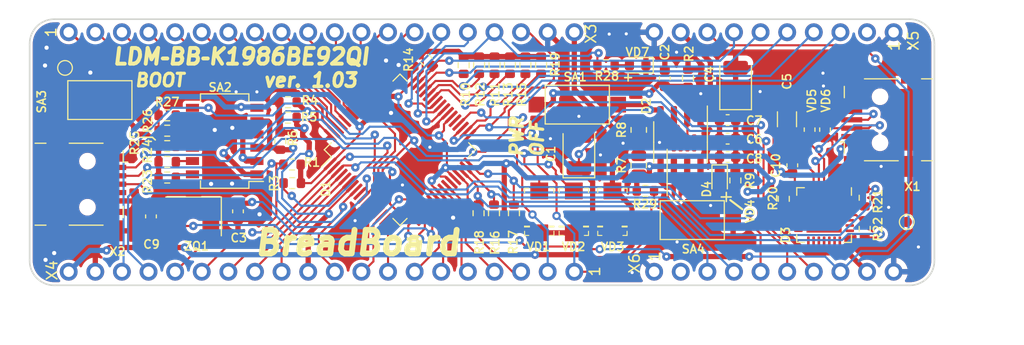
<source format=kicad_pcb>
(kicad_pcb (version 20211014) (generator pcbnew)
  (layers (0 "F.Cu" signal) (31 "B.Cu" signal) (34 "B.Paste" user) (35 "F.Paste" user) (36 "B.SilkS" user "B.Silkscreen") (37 "F.SilkS" user "F.Silkscreen") (38 "B.Mask" user) (39 "F.Mask" user) (44 "Edge.Cuts" user))
  (net 0 "")
  (net 1 "+3V3")
  (net 2 "Net-(D2-Pad7)")
  (net 3 "GND")
  (net 4 "/JBTCK")
  (net 5 "Net-(R9-Pad2)")
  (net 6 "/JATDI")
  (net 7 "/JATMS")
  (net 8 "/JATCK")
  (net 9 "/JATDO")
  (net 10 "/JAnTRST")
  (net 11 "/JBTDI")
  (net 12 "/JBTMS")
  (net 13 "Net-(R27-Pad1)")
  (net 14 "Net-(R26-Pad2)")
  (net 15 "/JBTDO")
  (net 16 "/JBnTRST")
  (net 17 "Net-(VD6-Pad1)")
  (net 18 "+5Vuart")
  (net 19 "/RXD")
  (net 20 "Net-(VD5-Pad1)")
  (net 21 "/TXD")
  (net 22 "Net-(R22-Pad2)")
  (net 23 "Net-(R23-Pad1)")
  (net 24 "Net-(R24-Pad1)")
  (net 25 "Net-(R25-Pad1)")
  (net 26 "Net-(R26-Pad1)")
  (net 27 "/PF5")
  (net 28 "/PD5")
  (net 29 "/PC2")
  (net 30 "Net-(R28-Pad2)")
  (net 31 "/WAKEUP")
  (net 32 "Net-(C2-Pad1)")
  (net 33 "/nRESET")
  (net 34 "/PF4")
  (net 35 "/PF6")
  (net 36 "IN")
  (net 39 "/PF2")
  (net 40 "/PF3")
  (net 41 "/USBDP")
  (net 42 "/USBDN")
  (net 43 "+BATT")
  (net 45 "/PE7")
  (net 46 "/PE6")
  (net 47 "/OSC_IN")
  (net 48 "/OSC_OUT")
  (net 49 "/PE3")
  (net 50 "/PE2")
  (net 51 "/PE1")
  (net 52 "/PE0")
  (net 53 "/PD7")
  (net 54 "/PD6")
  (net 56 "/PC1")
  (net 57 "/PC0")
  (net 58 "/PB5")
  (net 59 "/PB6")
  (net 60 "/PB7")
  (net 61 "/PB8")
  (net 62 "/PB9")
  (net 63 "/PB10")
  (net 64 "/PA7")
  (net 65 "/PA6")
  (net 66 "/PA5")
  (net 67 "/PA4")
  (net 68 "/PA3")
  (net 69 "/PA2")
  (net 70 "/PA1")
  (net 71 "/PA0")
  (net 72 "Net-(R21-Pad2)")
  (net 73 "Net-(R20-Pad1)")
  (net 74 "Net-(C5-Pad2)")
  (net 75 "+5Vusb")
  (net 76 "+5Vext")
  (footprint "LDM-BB-K1986BE92QI:SOIC-8_3.9x4.9mm_P1.27mm" (layer "F.Cu") (at 62.2784 11.8848 -90)
    (fp_text reference "D2")
    (fp_text value "ADP3334ARZ")
  )
  (footprint "LDM-BB-K1986BE92QI:R_0603_1608Metric" (layer "F.Cu") (at 79.8552 17.1934 -90)
    (fp_text reference "R21")
    (fp_text value "470")
  )
  (footprint "LDM-BB-K1986BE92QI:C_0603_1608Metric" (layer "F.Cu") (at 72.9464 14.0946 90)
    (fp_text reference "C10")
    (fp_text value "0.1µF")
  )
  (footprint "LDM-BB-K1986BE92QI:DO-214AC" (layer "F.Cu") (at 52.093 18.5396 -90)
    (fp_text reference "VD2")
    (fp_text value "10MQ060N")
  )
  (footprint "LDM-BB-K1986BE92QI:R_0805_2012Metric" (layer "F.Cu") (at 58.2906 14.0946 90)
    (fp_text reference "R7")
    (fp_text value "150k")
  )
  (footprint "LDM-BB-K1986BE92QI:R_0603_1608Metric" (layer "F.Cu") (at 13.2818 13.7644 180)
    (fp_text reference "R24")
    (fp_text value "470")
  )
  (footprint "LDM-BB-K1986BE92QI:R_0603_1608Metric" (layer "F.Cu") (at 79.8552 20.1652 90)
    (fp_text reference "R22")
    (fp_text value "470")
  )
  (footprint "LDM-BB-K1986BE92QI:QFN-28-1EP_5x5mm_P0.5mm_EP3.35x3.35mm" (layer "F.Cu") (at 75.9806 18.843 -90)
    (property "Reference" "D")
    (property "Value" "CP2102_LDM")
    (fp_text reference "D3")
    (fp_text value "CP2102_LDM")
  )
  (footprint "LDM-BB-K1986BE92QI:Fuse_0603_1608Metric" (layer "F.Cu") (at 76.0706 10.691 -90)
    (fp_text reference "VD6")
    (fp_text value "PGB1010603MR")
  )
  (footprint "LDM-BB-K1986BE92QI:MSOP-8_3x3mm_P0.65mm" (layer "F.Cu") (at 62.6086 14.0692 90)
    (fp_text reference "D4")
    (fp_text value "ADP3334ARM")
  )
  (footprint "LDM-BB-K1986BE92QI:DO-214AC" (layer "F.Cu") (at 48.791 18.5396 -90)
    (fp_text reference "VD1")
    (fp_text value "10MQ060N")
  )
  (footprint "LDM-BB-K1986BE92QI:USB_Mini-B_Lumberg_2486_01_Horizontal" (layer "F.Cu") (at 5.67 15.898 -90)
    (property "Reference" "X")
    (property "Value" "USBM-1J")
    (fp_text reference "X2")
    (fp_text value "USBM-1J")
  )
  (footprint "LDM-BB-K1986BE92QI:CP_EIA-3528-21_Kemet-B" (layer "F.Cu") (at 52.5756 12.8246 90)
    (fp_text reference "C1")
    (fp_text value "47µF")
  )
  (footprint "LDM-BB-K1986BE92QI:R_0603_1608Metric" (layer "F.Cu") (at 25.1944 14.0184)
    (fp_text reference "R1")
    (fp_text value "10k")
  )
  (footprint "LDM-BB-K1986BE92QI:C_0603_1608Metric" (layer "F.Cu") (at 20.0382 18.4888 -90)
    (fp_text reference "C3")
    (fp_text value "12pF")
  )
  (footprint "LDM-BB-K1986BE92QI:USB_Mini-B_Lumberg_2486_01_Horizontal" (layer "F.Cu") (at 81.3202 9.7512 90)
    (fp_text reference "X1")
    (fp_text value "USBM-1J")
  )
  (footprint "LDM-BB-K1986BE92QI:R_0603_1608Metric" (layer "F.Cu") (at 24.8134 9.548 180)
    (fp_text reference "R5")
    (fp_text value "10k")
  )
  (footprint "LDM-BB-K1986BE92QI:R_0603_1608Metric" (layer "F.Cu") (at 38.0214 4.0616 135)
    (fp_text reference "R14")
    (fp_text value "10k")
  )
  (footprint "LDM-BB-K1986BE92QI:LED_0603_1608Metric" (layer "F.Cu") (at 58.189 4.5442 180)
    (fp_text reference "VD7")
    (fp_text value "KP-1608SRC-PRV")
  )
  (footprint "LDM-BB-K1986BE92QI:SW_SPST_CK_RS282G05A3" (layer "F.Cu") (at 63.396 19.327)
    (fp_text reference "SA4")
    (fp_text value "IT-1181")
  )
  (footprint "LDM-BB-K1986BE92QI:R_0805_2012Metric" (layer "F.Cu") (at 58.2906 10.7164 90)
    (fp_text reference "R8")
    (fp_text value "82k")
  )
  (footprint "LDM-BB-K1986BE92QI:R_0603_1608Metric" (layer "F.Cu") (at 13.2818 10.7926 180)
    (fp_text reference "R26")
    (fp_text value "470")
  )
  (footprint "LDM-BB-K1986BE92QI:R_0603_1608Metric" (layer "F.Cu") (at 72.1336 17.295 90)
    (fp_text reference "R20")
    (fp_text value "10k")
  )
  (footprint "LDM-BB-K1986BE92QI:SW_SPST_CK_RS282G05A3" (layer "F.Cu") (at 52.4232 8.3034 180)
    (fp_text reference "SA1")
    (fp_text value "IT-1181")
  )
  (footprint "LDM-BB-K1986BE92QI:R_0603_1608Metric" (layer "F.Cu") (at 46.378 18.6666 -90)
    (fp_text reference "R17")
    (fp_text value "10k")
  )
  (footprint "LDM-BB-K1986BE92QI:R_0603_1608Metric" (layer "F.Cu") (at 13.2818 12.2658 180)
    (fp_text reference "R25")
    (fp_text value "470")
  )
  (footprint "LDM-BB-K1986BE92QI:R_0603_1608Metric" (layer "F.Cu") (at 25.2198 15.7964)
    (fp_text reference "R3")
    (fp_text value "10k")
  )
  (footprint "LDM-BB-K1986BE92QI:R_0603_1608Metric" (layer "F.Cu") (at 45.997 4.5442 90)
    (fp_text reference "R13")
    (fp_text value "10k")
  )
  (footprint "LDM-BB-K1986BE92QI:TestPoint_Pad_D1.0mm" (layer "F.Cu") (at 3.5282 4.7982)
    (fp_text reference "TP1" hide)
    (fp_text value "TestPoint")
  )
  (footprint "LDM-BB-K1986BE92QI:R_0603_1608Metric" (layer "F.Cu") (at 44.5238 4.5442 90)
    (fp_text reference "R11")
    (fp_text value "10k")
  )
  (footprint "LDM-BB-K1986BE92QI:TestPoint_Pad_D1.0mm" (layer "F.Cu") (at 83.8684 19.5048)
    (fp_text reference "TP2" hide)
    (fp_text value "TestPoint")
  )
  (footprint "LDM-BB-K1986BE92QI:C_0603_1608Metric" (layer "F.Cu") (at 66.7742 13.3072 180)
    (fp_text reference "C8")
    (fp_text value "0.1µF")
  )
  (footprint "LDM-BB-K1986BE92QI:C_1206_3216Metric" (layer "F.Cu") (at 72.4384 9.7004 -90)
    (fp_text reference "C5")
    (fp_text value "10µF")
  )
  (footprint "LDM-BB-K1986BE92QI:LED_0603_1608Metric" (layer "F.Cu") (at 66.0122 15.5424 -90)
    (fp_text reference "VD4")
    (fp_text value "KP-1608SRC-PRV")
  )
  (footprint "LDM-BB-K1986BE92QI:R_0603_1608Metric" (layer "F.Cu") (at 13.2818 9.3194 180)
    (fp_text reference "R27")
    (fp_text value "470")
  )
  (footprint "LDM-BB-K1986BE92QI:R_0603_1608Metric" (layer "F.Cu") (at 41.5774 4.5442 90)
    (fp_text reference "R10")
    (fp_text value "10k")
  )
  (footprint "LDM-BB-K1986BE92QI:C_0603_1608Metric" (layer "F.Cu") (at 66.7742 11.5546 180)
    (fp_text reference "C6")
    (fp_text value "0.1µF")
  )
  (footprint "LDM-BB-K1986BE92QI:R_0603_1608Metric" (layer "F.Cu") (at 55.1664 4.5442)
    (fp_text reference "R28")
    (fp_text value "1k")
  )
  (footprint "LDM-BB-K1986BE92QI:R_0603_1608Metric" (layer "F.Cu") (at 62.9896 5.7888 90)
    (fp_text reference "R2")
    (fp_text value "10k")
  )
  (footprint "LDM-BB-K1986BE92QI:R_0603_1608Metric" (layer "F.Cu") (at 24.0768 11.7832 90)
    (fp_text reference "R6")
    (fp_text value "10k")
  )
  (footprint "LDM-BB-K1986BE92QI:C_0603_1608Metric" (layer "F.Cu") (at 66.7742 9.7766 180)
    (fp_text reference "C7")
    (fp_text value "0.1µF")
  )
  (footprint "LDM-BB-K1986BE92QI:CP_EIA-3528-21_Kemet-B" (layer "F.Cu") (at 67.5362 6.3222 90)
    (fp_text reference "C4")
    (fp_text value "47µF")
  )
  (footprint "LDM-BB-K1986BE92QI:SW_DIP_SPSTx06_Slide_Omron_A6H-6101_W6.15mm_P1.27mm" (layer "F.Cu") (at 18.7682 11.7832 180)
    (fp_text reference "SA2")
    (fp_text value "NHDS-06")
  )
  (footprint "LDM-BB-K1986BE92QI:R_0603_1608Metric" (layer "F.Cu") (at 44.473 18.6666 -90)
    (fp_text reference "R16")
    (fp_text value "10k")
  )
  (footprint "LDM-BB-K1986BE92QI:R_0603_1608Metric" (layer "F.Cu") (at 58.9256 16.533 180)
    (fp_text reference "R29")
    (fp_text value "10k")
  )
  (footprint "LDM-BB-K1986BE92QI:R_0603_1608Metric" (layer "F.Cu") (at 24.8134 8.0748 180)
    (fp_text reference "R4")
    (fp_text value "10k")
  )
  (footprint "LDM-BB-K1986BE92QI:R_0603_1608Metric" (layer "F.Cu") (at 43.0506 4.5442 90)
    (fp_text reference "R12")
    (fp_text value "10k")
  )
  (footprint "LDM-BB-K1986BE92QI:R_0603_1608Metric" (layer "F.Cu") (at 42.9998 18.6666 -90)
    (fp_text reference "R18")
    (fp_text value "10k")
  )
  (footprint "LDM-BB-K1986BE92QI:R_0603_1608Metric" (layer "F.Cu") (at 47.4702 4.5442 90)
    (fp_text reference "R15")
    (fp_text value "10k")
  )
  (footprint "LDM-BB-K1986BE92QI:Crystal_SMD_5032-4Pin_5.0x3.2mm" (layer "F.Cu") (at 15.7964 18.9714 180)
    (fp_text reference "ZQ1")
    (fp_text value "SMD05032C4 16MHz")
  )
  (footprint "LDM-BB-K1986BE92QI:LQFP-64_10x10mm_P0.5mm" (layer "F.Cu") (at 35.497959 12.611821 45)
    (fp_text reference "D1")
    (fp_text value "K1986BE92QI")
  )
  (footprint "LDM-BB-K1986BE92QI:Fuse_0603_1608Metric" (layer "F.Cu") (at 74.5974 10.691 90)
    (fp_text reference "VD5")
    (fp_text value "PGB1010603MR")
  )
  (footprint "LDM-BB-K1986BE92QI:DO-214AC" (layer "F.Cu") (at 55.776 18.5396 -90)
    (fp_text reference "VD3")
    (fp_text value "10MQ060N")
  )
  (footprint "LDM-BB-K1986BE92QI:C_0603_1608Metric" (layer "F.Cu") (at 60.7798 5.7888 90)
    (fp_text reference "C2")
    (fp_text value "0.1µF")
  )
  (footprint "LDM-BB-K1986BE92QI:R_0603_1608Metric" (layer "F.Cu") (at 48.9688 4.5442 90)
    (fp_text reference "R19")
    (fp_text value "10k")
  )
  (footprint "LDM-BB-K1986BE92QI:C_0603_1608Metric" (layer "F.Cu") (at 11.7324 18.9714 90)
    (fp_text reference "C9")
    (fp_text value "12pF")
  )
  (footprint "LDM-BB-K1986BE92QI:R_0603_1608Metric" (layer "F.Cu") (at 13.2818 15.263 180)
    (fp_text reference "R23")
    (fp_text value "470")
  )
  (footprint "LDM-BB-K1986BE92QI:R_0603_1608Metric" (layer "F.Cu") (at 67.5108 15.5424 -90)
    (fp_text reference "R9")
    (fp_text value "1k")
  )
  (footprint "LDM-BB-K1986BE92QI:SW_SPST_CK_RS282G05A3" (layer "F.Cu") (at 6.8556 7.8716)
    (fp_text reference "SA3")
    (fp_text value "IT-1181")
  )
  (footprint "LDM-BB-K1986BE92QI:PinHeader_1x20_P2.54mm_Vertical" (layer "B.Cu") (at 52.1388 24.2546 90)
    (fp_text reference "X4")
    (fp_text value "PLS-20")
  )
  (footprint "LDM-BB-K1986BE92QI:PinHeader_1x20_P2.54mm_Vertical" (layer "B.Cu") (at 3.8788 1.3946 -90)
    (fp_text reference "X3")
    (fp_text value "PLS-20")
  )
  (footprint "LDM-BB-K1986BE92QI:PinHeader_1x10_P2.54mm_Vertical" (layer "B.Cu") (at 59.7588 24.2546 -90)
    (fp_text reference "X6")
    (fp_text value "PLS-10")
  )
  (footprint "LDM-BB-K1986BE92QI:PinHeader_1x10_P2.54mm_Vertical" (layer "B.Cu") (at 82.6188 1.3946 90)
    (fp_text reference "X5")
    (fp_text value "PLS-10")
  )
  (gr_line (start 57.2746 5.4078) (end 57.2746 6.0428) (layer "F.SilkS") (width 0.15))
  (gr_line (start 56.9444 5.7253) (end 57.6048 5.7253) (layer "F.SilkS") (width 0.15))
  (gr_line (start 10.7692 11.4212) (end 11.8692 11.4212) (layer "F.SilkS") (width 0.15))
  (gr_line (start 67.0282 17.422) (end 68.1712 18.2856) (layer "F.SilkS") (width 0.2))
  (gr_line (start 66.6472 17.549) (end 66.6472 16.6854) (layer "F.SilkS") (width 0.15))
  (gr_line (start 11.8692 11.4212) (end 12.1442 11.6712) (layer "F.SilkS") (width 0.15))
  (gr_line (start 66.1646 17.1172) (end 67.1044 17.1172) (layer "F.SilkS") (width 0.15))
  (gr_arc (start 2.588302 25.550961) (mid 0.837129 24.863762) (end 0.15 23.112561) (layer "Edge.Cuts") (width 0.15))
  (gr_arc (start 0.15 2.59146) (mid 0.83651 0.838708) (end 2.5884 0.15) (layer "Edge.Cuts") (width 0.15))
  (gr_arc (start 84.071698 0.15) (mid 85.824019 0.83852) (end 86.510961 2.59146) (layer "Edge.Cuts") (width 0.15))
  (gr_line (start 86.510961 2.59146) (end 86.510961 23.112561) (layer "Edge.Cuts") (width 0.15))
  (gr_arc (start 86.510961 23.112561) (mid 85.823351 24.863971) (end 84.071698 25.550961) (layer "Edge.Cuts") (width 0.15))
  (gr_line (start 2.5884 25.550961) (end 84.071698 25.550961) (layer "Edge.Cuts") (width 0.15))
  (gr_line (start 0.15 23.112561) (end 0.15 2.59146) (layer "Edge.Cuts") (width 0.15))
  (gr_line (start 2.5884 0.15) (end 84.071698 0.15) (layer "Edge.Cuts") (width 0.15))
  (gr_text "LDM‐BB‐K1986BE92QI" (at 7.9192 3.7212) (layer "F.SilkS") (effects (font (size 1.5 1.5) (thickness 0.375) italic) (justify left)))
  (gr_text "BreadBoard" (at 21.4192 21.4962) (layer "F.SilkS") (effects (font (size 2.25 2.25) (thickness 0.5625) italic) (justify left)))
  (gr_text "1" (at 59.8146 22.7814 90) (layer "F.SilkS") (effects (font (size 1 1))))
  (gr_text "BOOT" (at 10.0692 5.9712) (layer "F.SilkS") (effects (font (size 1.2 1.2) (thickness 0.3) italic) (justify left)))
  (gr_text "1" (at 54.0942 24.2212 90) (layer "F.SilkS") (effects (font (size 1 1))))
  (gr_text "1" (at 82.6746 2.7154 90) (layer "F.SilkS") (effects (font (size 1 1))))
  (gr_text "PWR\nOFF" (at 47.6192 13.4212 90) (layer "F.SilkS") (effects (font (size 1.2 1.2) (thickness 0.3) italic) (justify left)))
  (gr_text "ver. 1.03" (at 22.3192 5.9712) (layer "F.SilkS") (effects (font (size 1.3 1.3) (thickness 0.325) italic) (justify left)))
  (gr_text "1" (at 2.1942 1.3962 90) (layer "F.SilkS") (effects (font (size 1 1))))
  (segment (start 38.5294 15.996816) (end 38.5294 15.5678) (width 0.2) (layer "F.Cu") (net 1))
  (segment (start 67.5492 9.7766) (end 67.5492 11.5546) (width 0.5) (layer "F.Cu") (net 1))
  (segment (start 62.2988 1.3946) (end 65.1232 4.219) (width 0.5) (layer "F.Cu") (net 1))
  (segment (start 59.1053 15.0071) (end 59.3066 14.8058) (width 0.5) (layer "F.Cu") (net 1))
  (segment (start 39.6978 10.179746) (end 40.394673 9.482873) (width 0.2) (layer "F.Cu") (net 1))
  (segment (start 37.438037 3.478237) (end 37.67194 3.71214) (width 0.2) (layer "F.Cu") (net 1))
  (segment (start 45.997 3.7192) (end 47.4702 3.7192) (width 0.5) (layer "F.Cu") (net 1))
  (segment (start 35.329 7.516) (end 35.3544 7.5414) (width 0.2) (layer "F.Cu") (net 1))
  (segment (start 59.3066 14.1962) (end 60.2098 14.1962) (width 0.5) (layer "F.Cu") (net 1))
  (segment (start 61.6336 17.2852) (end 61.6336 16.1817) (width 0.2) (layer "F.Cu") (net 1))
  (segment (start 35.3544 7.45208) (end 36.85914 5.94734) (width 0.2) (layer "F.Cu") (net 1))
  (segment (start 59.3066 14.8058) (end 59.3066 14.1962) (width 0.5) (layer "F.Cu") (net 1))
  (segment (start 46.378 19.4916) (end 45.3244 19.4916) (width 0.5) (layer "F.Cu") (net 1))
  (segment (start 65.7717 7.8597) (end 65.1232 7.2112) (width 0.5) (layer "F.Cu") (net 1))
  (segment (start 67.5108 14.8312) (end 68.6792 15.9996) (width 0.2) (layer "F.Cu") (net 1))
  (segment (start 39.9772 14.1962) (end 39.9772 12.0118) (width 0.2) (layer "F.Cu") (net 1))
  (segment (start 12.4568 12.2282) (end 11.3514 11.1228) (width 0.5) (layer "F.Cu") (net 1))
  (segment (start 39.8502 14.3232) (end 39.9518 14.2216) (width 0.2) (layer "F.Cu") (net 1))
  (segment (start 45.3244 19.4916) (end 44.473 19.4916) (width 0.5) (layer "F.Cu") (net 1))
  (segment (start 70.9652 19.1492) (end 70.9652 15.5932) (width 0.5) (layer "F.Cu") (net 1))
  (segment (start 36.85914 5.94734) (end 37.67194 5.13454) (width 0.2) (layer "F.Cu") (net 1))
  (segment (start 67.5362 7.8597) (end 65.7717 7.8597) (width 0.5) (layer "F.Cu") (net 1))
  (segment (start 39.9772 12.0118) (end 39.2152 11.2498) (width 0.2) (layer "F.Cu") (net 1))
  (segment (start 67.5492 13.3072) (end 67.5492 14.679) (width 0.5) (layer "F.Cu") (net 1))
  (segment (start 60.9111 16.1817) (end 61.6336 16.1817) (width 0.5) (layer "F.Cu") (net 1))
  (segment (start 43.0506 3.7192) (end 41.5774 3.7192) (width 0.5) (layer "F.Cu") (net 1))
  (segment (start 68.6792 15.9996) (end 68.6792 16.6092) (width 0.2) (layer "F.Cu") (net 1))
  (segment (start 74.2672 22.4512) (end 78.2754 22.4512) (width 0.5) (layer "F.Cu") (net 1))
  (segment (start 35.0242 11.0974) (end 32.9795 9.0527) (width 0.2) (layer "F.Cu") (net 1))
  (segment (start 80.0788 24.2546) (end 78.2754 22.4512) (width 0.5) (layer "F.Cu") (net 1))
  (segment (start 12.4568 13.7644) (end 12.4568 12.2658) (width 0.5) (layer "F.Cu") (net 1))
  (segment (start 20.343 8.532) (end 21.767 8.532) (width 0.5) (layer "F.Cu") (net 1))
  (segment (start 37.6912 3.2234) (end 41.0816 3.2234) (width 0.5) (layer "F.Cu") (net 1))
  (segment (start 32.722565 17.862089) (end 33.4494 17.135254) (width 0.2) (layer "F.Cu") (net 1))
  (segment (start 34.5162 7.516) (end 35.329 7.516) (width 0.5) (layer "F.Cu") (net 1))
  (segment (start 27.0232 15.7964) (end 26.0448 15.7964) (width 0.2) (layer "F.Cu") (net 1))
  (segment (start 11.3514 11.1228) (end 10.0814 11.1228) (width 0.5) (layer "F.Cu") (net 1))
  (segment (start 37.67194 3.71214) (end 37.67194 5.13454) (width 0.2) (layer "F.Cu") (net 1))
  (segment (start 60.3734 15.644) (end 60.9111 16.1817) (width 0.5) (layer "F.Cu") (net 1))
  (segment (start 32.9795 9.0527) (end 34.5162 7.516) (width 0.5) (layer "F.Cu") (net 1))
  (segment (start 47.4702 3.7192) (end 48.9688 3.7192) (width 0.5) (layer "F.Cu") (net 1))
  (segment (start 31.646 11.16048) (end 31.646 10.3862) (width 0.2) (layer "F.Cu") (net 1))
  (segment (start 7.5922 7.8716) (end 2.9556 7.8716) (width 0.5) (layer "F.Cu") (net 1))
  (segment (start 43.0506 3.7192) (end 44.5238 3.7192) (width 0.5) (layer "F.Cu") (net 1))
  (segment (start 10.0814 10.3608) (end 7.5922 7.8716) (width 0.5) (layer "F.Cu") (net 1))
  (segment (start 35.3544 7.5414) (end 35.3544 7.45208) (width 0.2) (layer "F.Cu") (net 1))
  (segment (start 45.4382 14.12) (end 45.6414 13.9168) (width 0.5) (layer "F.Cu") (net 1))
  (segment (start 40.748227 15.387215) (end 39.8502 14.489188) (width 0.2) (layer "F.Cu") (net 1))
  (segment (start 74.2672 22.4512) (end 70.9652 19.1492) (width 0.5) (layer "F.Cu") (net 1))
  (segment (start 39.8502 14.489188) (end 39.8502 14.3232) (width 0.2) (layer "F.Cu") (net 1))
  (segment (start 35.0242 12.735412) (end 35.0242 11.0974) (width 0.2) (layer "F.Cu") (net 1))
  (segment (start 26.0194 14.0184) (end 26.0194 15.771) (width 0.5) (layer "F.Cu") (net 1))
  (segment (start 39.2152 11.2498) (end 39.6978 10.7672) (width 0.2) (layer "F.Cu") (net 1))
  (segment (start 62.126 17.4982) (end 61.8466 17.4982) (width 0.2) (layer "F.Cu") (net 1))
  (segment (start 60.2098 14.1962) (end 60.3734 14.3598) (width 0.5) (layer "F.Cu") (net 1))
  (segment (start 33.430831 14.328781) (end 35.0242 12.735412) (width 0.2) (layer "F.Cu") (net 1))
  (segment (start 41.0816 3.2234) (end 41.5774 3.7192) (width 0.5) (layer "F.Cu") (net 1))
  (segment (start 28.833478 13.973002) (end 31.646 11.16048) (width 0.2) (layer "F.Cu") (net 1))
  (segment (start 61.8466 17.4982) (end 61.6336 17.2852) (width 0.2) (layer "F.Cu") (net 1))
  (segment (start 61.6434 14.3598) (end 61.6434 16.1719) (width 0.2) (layer "F.Cu") (net 1))
  (segment (start 39.6978 10.7672) (end 39.6978 10.179746) (width 0.2) (layer "F.Cu") (net 1))
  (segment (start 39.334013 16.801429) (end 38.5294 15.996816) (width 0.2) (layer "F.Cu") (net 1))
  (segment (start 10.0814 11.1228) (end 10.0814 10.3608) (width 0.5) (layer "F.Cu") (net 1))
  (segment (start 28.833478 13.986122) (end 27.0232 15.7964) (width 0.2) (layer "F.Cu") (net 1))
  (segment (start 42.9998 19.4916) (end 44.473 19.4916) (width 0.5) (layer "F.Cu") (net 1))
  (segment (start 33.430831 17.116685) (end 33.430831 14.328781) (width 0.2) (layer "F.Cu") (net 1))
  (segment (start 67.5492 11.5546) (end 67.5492 13.3072) (width 0.5) (layer "F.Cu") (net 1))
  (segment (start 58.2906 15.0071) (end 59.1053 15.0071) (width 0.5) (layer "F.Cu") (net 1))
  (segment (start 62.2836 17.3406) (end 62.126 17.4982) (width 0.2) (layer "F.Cu") (net 1))
  (segment (start 60.3734 14.3598) (end 60.3734 15.644) (width 0.5) (layer "F.Cu") (net 1))
  (segment (start 65.1232 4.219) (end 65.1232 7.2112) (width 0.5) (layer "F.Cu") (net 1))
  (segment (start 45.45348 14.10472) (end 45.45348 19.36252) (width 0.5) (layer "F.Cu") (net 1))
  (segment (start 31.646 10.3862) (end 32.9795 9.0527) (width 0.5) (layer "F.Cu") (net 1))
  (segment (start 45.45348 19.36252) (end 45.3244 19.4916) (width 0.5) (layer "F.Cu") (net 1))
  (segment (start 62.2836 16.1817) (end 62.2836 17.3406) (width 0.2) (layer "F.Cu") (net 1))
  (segment (start 12.4568 15.263) (end 12.4568 13.7644) (width 0.5) (layer "F.Cu") (net 1))
  (segment (start 58.1006 16.533) (end 58.1006 15.1971) (width 0.5) (layer "F.Cu") (net 1))
  (segment (start 67.5362 7.8597) (end 67.5362 9.7636) (width 0.5) (layer "F.Cu") (net 1))
  (segment (start 33.4494 17.135254) (end 33.430831 17.116685) (width 0.2) (layer "F.Cu") (net 1))
  (segment (start 44.5238 3.7192) (end 45.997 3.7192) (width 0.5) (layer "F.Cu") (net 1))
  (segment (start 39.9518 14.2216) (end 39.9772 14.1962) (width 0.2) (layer "F.Cu") (net 1))
  (segment (start 37.438037 3.476563) (end 37.6912 3.2234) (width 0.5) (layer "F.Cu") (net 1))
  (via (at 39.2152 11.2498) (size 0.8) (drill 0.3) (layers "F.Cu" "B.Cu") (net 1))
  (via (at 31.646 10.3862) (size 0.8) (drill 0.3) (layers "F.Cu" "B.Cu") (net 1))
  (via (at 68.6792 16.6092) (size 0.8) (drill 0.3) (layers "F.Cu" "B.Cu") (net 1))
  (via (at 20.343 8.532) (size 0.8) (drill 0.3) (layers "F.Cu" "B.Cu") (net 1))
  (via (at 35.3544 7.5414) (size 0.8) (drill 0.3) (layers "F.Cu" "B.Cu") (net 1))
  (via (at 10.0814 11.1228) (size 0.8) (drill 0.3) (layers "F.Cu" "B.Cu") (net 1))
  (via (at 39.8502 14.3232) (size 0.8) (drill 0.3) (layers "F.Cu" "B.Cu") (net 1))
  (via (at 70.9652 15.5932) (size 0.8) (drill 0.3) (layers "F.Cu" "B.Cu") (net 1))
  (via (at 38.5294 15.5678) (size 0.8) (drill 0.3) (layers "F.Cu" "B.Cu") (net 1))
  (via (at 45.6414 13.9168) (size 0.8) (drill 0.3) (layers "F.Cu" "B.Cu") (net 1))
  (via (at 59.3066 14.1962) (size 0.8) (drill 0.3) (layers "F.Cu" "B.Cu") (net 1))
  (segment (start 23.9244 7.3382) (end 28.598 7.3382) (width 0.5) (layer "B.Cu") (net 1))
  (segment (start 59.2558 14.1454) (end 59.3066 14.1962) (width 0.5) (layer "B.Cu") (net 1))
  (segment (start 43.1014 14.3232) (end 39.8502 14.3232) (width 0.5) (layer "B.Cu") (net 1))
  (segment (start 10.0814 10.7418) (end 10.0814 11.1228) (width 0.5) (layer "B.Cu") (net 1))
  (segment (start 45.6414 13.9168) (end 43.5078 13.9168) (width 0.5) (layer "B.Cu") (net 1))
  (segment (start 69.5682 14.1962) (end 70.9652 15.5932) (width 0.5) (layer "B.Cu") (net 1))
  (segment (start 38.1738 11.2498) (end 39.2152 11.2498) (width 0.2) (layer "B.Cu") (net 1))
  (segment (start 43.5078 13.9168) (end 43.1014 14.3232) (width 0.5) (layer "B.Cu") (net 1))
  (segment (start 39.774 14.3232) (end 38.5294 15.5678) (width 0.5) (layer "B.Cu") (net 1))
  (segment (start 59.3066 14.1962) (end 69.5682 14.1962) (width 0.5) (layer "B.Cu") (net 1))
  (segment (start 39.8502 14.3232) (end 39.774 14.3232) (width 0.2) (layer "B.Cu") (net 1))
  (segment (start 35.3544 8.4304) (end 38.1738 11.2498) (width 0.2) (layer "B.Cu") (net 1))
  (segment (start 13.2818 7.5414) (end 10.0814 10.7418) (width 0.5) (layer "B.Cu") (net 1))
  (segment (start 46.2256 13.9168) (end 47.5972 15.2884) (width 0.5) (layer "B.Cu") (net 1))
  (segment (start 28.598 7.3382) (end 31.646 10.3862) (width 0.5) (layer "B.Cu") (net 1))
  (segment (start 57.3508 14.1454) (end 59.2558 14.1454) (width 0.5) (layer "B.Cu") (net 1))
  (segment (start 45.6414 13.9168) (end 46.2256 13.9168) (width 0.5) (layer "B.Cu") (net 1))
  (segment (start 47.5972 15.2884) (end 56.2078 15.2884) (width 0.5) (layer "B.Cu") (net 1))
  (segment (start 20.343 8.532) (end 18.7936 8.532) (width 0.5) (layer "B.Cu") (net 1))
  (segment (start 35.3544 7.5414) (end 35.3544 8.4304) (width 0.2) (layer "B.Cu") (net 1))
  (segment (start 18.7936 8.532) (end 17.803 7.5414) (width 0.5) (layer "B.Cu") (net 1))
  (segment (start 20.343 8.532) (end 22.7306 8.532) (width 0.5) (layer "B.Cu") (net 1))
  (segment (start 22.7306 8.532) (end 23.9244 7.3382) (width 0.5) (layer "B.Cu") (net 1))
  (segment (start 70.9652 15.5932) (end 69.9492 16.6092) (width 0.5) (layer "B.Cu") (net 1))
  (segment (start 69.9492 16.6092) (end 68.6792 16.6092) (width 0.5) (layer "B.Cu") (net 1))
  (segment (start 56.2078 15.2884) (end 57.3508 14.1454) (width 0.5) (layer "B.Cu") (net 1))
  (segment (start 17.803 7.5414) (end 13.2818 7.5414) (width 0.5) (layer "B.Cu") (net 1))
  (segment (start 62.77652 13.06872) (end 58.40398 13.06872) (width 0.2) (layer "F.Cu") (net 2))
  (segment (start 62.9134 14.3598) (end 62.9134 13.2056) (width 0.2) (layer "F.Cu") (net 2))
  (segment (start 58.2906 13.1821) (end 58.2906 11.6289) (width 0.2) (layer "F.Cu") (net 2))
  (segment (start 62.9134 14.3598) (end 62.9134 16.1615) (width 0.2) (layer "F.Cu") (net 2))
  (segment (start 62.9134 13.2056) (end 62.77652 13.06872) (width 0.2) (layer "F.Cu") (net 2))
  (segment (start 27.642038 8.852962) (end 25.797076 7.008) (width 0.2) (layer "F.Cu") (net 3))
  (segment (start 27.642038 10.065238) (end 27.642038 8.852962) (width 0.2) (layer "F.Cu") (net 3))
  (segment (start 76.4806 16.393) (end 76.4806 15.0408) (width 0.2) (layer "F.Cu") (net 3))
  (segment (start 77.3202 14.2012) (end 78.7202 14.2012) (width 0.2) (layer "F.Cu") (net 3))
  (segment (start 76.7818 11.885) (end 76.7818 13.6628) (width 0.2) (layer "F.Cu") (net 3))
  (segment (start 25.797076 7.008) (end 24.2038 7.008) (width 0.2) (layer "F.Cu") (net 3))
  (segment (start 64.1834 9.4098) (end 64.1834 10.183) (width 0.5) (layer "F.Cu") (net 3))
  (segment (start 64.3655 11.9567) (end 64.7676 11.5546) (width 0.2) (layer "F.Cu") (net 3))
  (segment (start 76.4806 16.393) (end 76.4806 18.343) (width 0.2) (layer "F.Cu") (net 3))
  (segment (start 38.5462 12.562) (end 38.3516 12.3674) (width 0.2) (layer "F.Cu") (net 3))
  (segment (start 37.4372 15.611722) (end 37.4372 13.2818) (width 0.2) (layer "F.Cu") (net 3))
  (segment (start 52.5756 9.3956) (end 51.439281 8.259281) (width 0.5) (layer "F.Cu") (net 3))
  (segment (start 24.2038 7.008) (end 23.9884 7.2234) (width 0.2) (layer "F.Cu") (net 3))
  (segment (start 31.2142 18.6666) (end 31.2142 19.3778) (width 0.2) (layer "F.Cu") (net 3))
  (segment (start 70.635 8.5574) (end 70.9144 8.278) (width 0.2) (layer "F.Cu") (net 3))
  (segment (start 39.016494 17.154982) (end 40.5692 18.707688) (width 0.25) (layer "F.Cu") (net 3))
  (segment (start 32.369011 17.511789) (end 31.2142 18.6666) (width 0.2) (layer "F.Cu") (net 3))
  (segment (start 76.3753 11.4785) (end 76.7818 11.885) (width 0.2) (layer "F.Cu") (net 3))
  (segment (start 71.3078 13.3196) (end 71.156711 13.168511) (width 0.2) (layer "F.Cu") (net 3))
  (segment (start 37.4372 13.2818) (end 38.3516 12.3674) (width 0.2) (layer "F.Cu") (net 3))
  (segment (start 38.5462 14.3232) (end 38.5462 12.562) (width 0.2) (layer "F.Cu") (net 3))
  (segment (start 39.394794 15.171794) (end 39.825698 15.171794) (width 0.2) (layer "F.Cu") (net 3))
  (segment (start 51.439281 8.259281) (end 51.439281 3.235081) (width 0.5) (layer "F.Cu") (net 3))
  (segment (start 40.01108 9.12932) (end 38.1692 10.9712) (width 0.2) (layer "F.Cu") (net 3))
  (segment (start 51.439281 3.235081) (end 49.5988 1.3946) (width 0.5) (layer "F.Cu") (net 3))
  (segment (start 71.156711 9.866511) (end 70.635 9.3448) (width 0.2) (layer "F.Cu") (net 3))
  (segment (start 38.3516 12.3674) (end 38.1692 12.185) (width 0.2) (layer "F.Cu") (net 3))
  (segment (start 71.156711 13.168511) (end 71.156711 9.866511) (width 0.2) (layer "F.Cu") (net 3))
  (segment (start 39.825698 15.171794) (end 40.394673 15.740769) (width 0.2) (layer "F.Cu") (net 3))
  (segment (start 64.1834 10.183) (end 64.666 10.6656) (width 0.5) (layer "F.Cu") (net 3))
  (segment (start 39.394794 15.171794) (end 38.5462 14.3232) (width 0.2) (layer "F.Cu") (net 3))
  (segment (start 70.635 9.3448) (end 70.635 8.5574) (width 0.2) (layer "F.Cu") (net 3))
  (segment (start 28.82744 11.25064) (end 27.642038 10.065238) (width 0.2) (layer "F.Cu") (net 3))
  (segment (start 76.7818 13.6628) (end 77.3202 14.2012) (width 0.2) (layer "F.Cu") (net 3))
  (segment (start 23.9884 7.2234) (end 23.9884 8.0748) (width 0.2) (layer "F.Cu") (net 3))
  (segment (start 38.1692 12.185) (end 38.1692 10.9712) (width 0.2) (layer "F.Cu") (net 3))
  (segment (start 72.9464 13.3196) (end 71.3078 13.3196) (width 0.2) (layer "F.Cu") (net 3))
  (segment (start 40.5692 18.707688) (end 40.5692 19.0962) (width 0.25) (layer "F.Cu") (net 3))
  (segment (start 76.4806 15.0408) (end 77.3202 14.2012) (width 0.2) (layer "F.Cu") (net 3))
  (segment (start 63.5836 11.9567) (end 64.3655 11.9567) (width 0.2) (layer "F.Cu") (net 3))
  (segment (start 70.9144 8.278) (end 72.3858 8.278) (width 0.2) (layer "F.Cu") (net 3))
  (segment (start 38.98046 17.154982) (end 37.4372 15.611722) (width 0.2) (layer "F.Cu") (net 3))
  (segment (start 64.666 10.6656) (end 64.666 11.453) (width 0.5) (layer "F.Cu") (net 3))
  (via (at 82.1412 18.1078) (size 0.8) (drill 0.3) (layers "F.Cu" "B.Cu") (net 3))
  (via (at 22.0942 18.7712) (size 0.8) (drill 0.4) (layers "F.Cu" "B.Cu") (net 3))
  (via (at 65.1486 17.93) (size 0.8) (drill 0.3) (layers "F.Cu" "B.Cu") (net 3))
  (via (at 75.8724 5.3012) (size 0.8) (drill 0.3) (layers "F.Cu" "B.Cu") (net 3))
  (via (at 84.1702 2.9156) (size 0.8) (drill 0.3) (layers "F.Cu" "B.Cu") (net 3))
  (via (at 5.9442 5.2462) (size 0.8) (drill 0.4) (layers "F.Cu" "B.Cu") (net 3))
  (via (at 81.425 14.2012) (size 0.8) (drill 0.3) (layers "F.Cu" "B.Cu") (net 3))
  (via (at 17.4692 15.8712) (size 0.8) (drill 0.4) (layers "F.Cu" "B.Cu") (net 3))
  (via (at 31.2142 19.3778) (size 0.8) (drill 0.3) (layers "F.Cu" "B.Cu") (net 3))
  (via (at 38.3516 12.3674) (size 0.8) (drill 0.3) (layers "F.Cu" "B.Cu") (net 3))
  (via (at 17.8192 10.7212) (size 0.8) (drill 0.4) (layers "F.Cu" "B.Cu") (net 3))
  (via (at 84.9835 21.8899) (size 0.8) (drill 0.3) (layers "F.Cu" "B.Cu") (net 3))
  (via (at 55.4712 1.5724) (size 0.8) (drill 0.3) (layers "F.Cu" "B.Cu") (net 3))
  (via (at 60.2718 11.9102) (size 0.8) (drill 0.3) (layers "F.Cu" "B.Cu") (net 3))
  (via (at 57.6556 24.3308) (size 0.8) (drill 0.3) (layers "F.Cu" "B.Cu") (net 3))
  (via (at 54.633 13.104) (size 0.8) (drill 0.3) (layers "F.Cu" "B.Cu") (net 3))
  (via (at 19.4942 10.5212) (size 0.8) (drill 0.4) (layers "F.Cu" "B.Cu") (net 3))
  (via (at 1.6192 4.5712) (size 0.8) (drill 0.4) (layers "F.Cu" "B.Cu") (net 3))
  (via (at 56.792 11.9864) (size 0.8) (drill 0.3) (layers "F.Cu" "B.Cu") (net 3))
  (via (at 68.8062 11.834) (size 0.8) (drill 0.3) (layers "F.Cu" "B.Cu") (net 3))
  (via (at 52.5756 9.421) (size 0.8) (drill 0.3) (layers "F.Cu" "B.Cu") (net 3))
  (via (at 35.3692 4.5212) (size 0.8) (drill 0.4) (layers "F.Cu" "B.Cu") (net 3))
  (via (at 34.6442 9.0962) (size 0.8) (drill 0.4) (layers "F.Cu" "B.Cu") (net 3))
  (via (at 2.4942 22.4712) (size 0.8) (drill 0.4) (layers "F.Cu" "B.Cu") (net 3))
  (via (at 49.8578 11.5546) (size 0.8) (drill 0.3) (layers "F.Cu" "B.Cu") (net 3))
  (via (at 75.9182 6.5254) (size 0.8) (drill 0.3) (layers "F.Cu" "B.Cu") (net 3))
  (via (at 61.8974 3.2996) (size 0.8) (drill 0.3) (layers "F.Cu" "B.Cu") (net 3))
  (via (at 40.5692 19.0962) (size 0.8) (drill 0.4) (layers "F.Cu" "B.Cu") (net 3))
  (via (at 57.0968 1.547) (size 0.8) (drill 0.3) (layers "F.Cu" "B.Cu") (net 3))
  (via (at 19.8604 7.0842) (size 0.8) (drill 0.3) (layers "F.Cu" "B.Cu") (net 3))
  (via (at 1.7692 2.8712) (size 0.8) (drill 0.4) (layers "F.Cu" "B.Cu") (net 3))
  (via (at 21.8416 7.0842) (size 0.8) (drill 0.3) (layers "F.Cu" "B.Cu") (net 3))
  (via (at 69.873 7.0588) (size 0.8) (drill 0.3) (layers "F.Cu" "B.Cu") (net 3))
  (via (at 35.7354 15.9742) (size 0.8) (drill 0.3) (layers "F.Cu" "B.Cu") (net 3))
  (via (at 64.2088 7.262) (size 0.8) (drill 0.3) (layers "F.Cu" "B.Cu") (net 3))
  (via (at 1.6692 23.1212) (size 0.8) (drill 0.4) (layers "F.Cu" "B.Cu") (net 3))
  (via (at 19.4692 15.8462) (size 0.8) (drill 0.4) (layers "F.Cu" "B.Cu") (net 3))
  (via (at 61.9482 21.4098) (size 0.8) (drill 0.3) (layers "F.Cu" "B.Cu") (net 3))
  (via (at 34.1692 4.0962) (size 0.8) (drill 0.4) (layers "F.Cu" "B.Cu") (net 3))
  (segment (start 40.98948 12.581911) (end 38.566111 12.581911) (width 0.5) (layer "B.Cu") (net 3))
  (segment (start 41.70068 11.870711) (end 40.98948 12.581911) (width 0.5) (layer "B.Cu") (net 3))
  (segment (start 49.541689 11.870711) (end 41.70068 11.870711) (width 0.5) (layer "B.Cu") (net 3))
  (segment (start 38.566111 12.581911) (end 38.3516 12.3674) (width 0.5) (layer "B.Cu") (net 3))
  (segment (start 49.8578 11.5546) (end 49.541689 11.870711) (width 0.5) (layer "B.Cu") (net 3))
  (segment (start 43.1268 14.9074) (end 43.9142 14.9074) (width 0.2) (layer "F.Cu") (net 4))
  (segment (start 69.9188 20.6428) (end 68.9332 19.6572) (width 0.2) (layer "F.Cu") (net 4))
  (segment (start 46.361792 15.574145) (end 46.361792 17.825392) (width 0.2) (layer "F.Cu") (net 4))
  (segment (start 69.9188 24.2546) (end 69.9188 20.6428) (width 0.2) (layer "F.Cu") (net 4))
  (segment (start 68.9332 19.6572) (end 68.9332 18.6412) (width 0.2) (layer "F.Cu") (net 4))
  (segment (start 42.192402 13.973002) (end 43.1268 14.9074) (width 0.2) (layer "F.Cu") (net 4))
  (via (at 46.361792 15.574145) (size 0.8) (drill 0.3) (layers "F.Cu" "B.Cu") (net 4))
  (via (at 68.9332 18.6412) (size 0.8) (drill 0.3) (layers "F.Cu" "B.Cu") (net 4))
  (via (at 43.9142 14.9074) (size 0.8) (drill 0.3) (layers "F.Cu" "B.Cu") (net 4))
  (segment (start 43.9142 14.9074) (end 45.695047 14.9074) (width 0.2) (layer "B.Cu") (net 4))
  (segment (start 64.158 19.1492) (end 68.4252 19.1492) (width 0.2) (layer "B.Cu") (net 4))
  (segment (start 68.4252 19.1492) (end 68.9332 18.6412) (width 0.2) (layer "B.Cu") (net 4))
  (segment (start 46.361792 15.574145) (end 46.361792 15.576992) (width 0.2) (layer "B.Cu") (net 4))
  (segment (start 46.9622 16.1774) (end 61.1862 16.1774) (width 0.2) (layer "B.Cu") (net 4))
  (segment (start 61.1862 16.1774) (end 64.158 19.1492) (width 0.2) (layer "B.Cu") (net 4))
  (segment (start 45.695047 14.9074) (end 46.361792 15.574145) (width 0.2) (layer "B.Cu") (net 4))
  (segment (start 46.361792 15.576992) (end 46.9622 16.1774) (width 0.2) (layer "B.Cu") (net 4))
  (segment (start 66.0122 16.3299) (end 67.4733 16.3299) (width 0.5) (layer "F.Cu") (net 5))
  (segment (start 38.985099 5.253898) (end 40.2058 5.2554) (width 0.2) (layer "F.Cu") (net 6))
  (segment (start 40.2058 5.2554) (end 41.4636 5.2554) (width 0.2) (layer "F.Cu") (net 6))
  (segment (start 37.588643 6.650354) (end 38.985099 5.253898) (width 0.2) (layer "F.Cu") (net 6))
  (via (at 40.2058 5.2554) (size 0.8) (drill 0.3) (layers "F.Cu" "B.Cu") (net 6))
  (segment (start 42.7966 4.6712) (end 66.6422 4.6712) (width 0.2) (layer "B.Cu") (net 6))
  (segment (start 40.2058 5.2554) (end 42.2124 5.2554) (width 0.2) (layer "B.Cu") (net 6))
  (segment (start 42.2124 5.2554) (end 42.7966 4.6712) (width 0.2) (layer "B.Cu") (net 6))
  (segment (start 66.6422 4.6712) (end 69.9188 1.3946) (width 0.2) (layer "B.Cu") (net 6))
  (segment (start 42.6696 7.3382) (end 42.695 7.3382) (width 0.2) (layer "F.Cu") (net 7))
  (segment (start 44.5238 5.7634) (end 44.5238 5.3692) (width 0.2) (layer "F.Cu") (net 7))
  (segment (start 41.240994 7.3382) (end 42.6696 7.3382) (width 0.2) (layer "F.Cu") (net 7))
  (segment (start 43.4316 6.6016) (end 43.7618 6.6016) (width 0.2) (layer "F.Cu") (net 7))
  (segment (start 40.345114 6.44232) (end 41.240994 7.3382) (width 0.2) (layer "F.Cu") (net 7))
  (segment (start 38.277447 7.361553) (end 39.19668 6.44232) (width 0.2) (layer "F.Cu") (net 7))
  (segment (start 43.6856 6.6016) (end 44.5238 5.7634) (width 0.2) (layer "F.Cu") (net 7))
  (segment (start 40.282 6.44232) (end 40.345114 6.44232) (width 0.2) (layer "F.Cu") (net 7))
  (segment (start 39.19668 6.44232) (end 40.282 6.44232) (width 0.2) (layer "F.Cu") (net 7))
  (segment (start 42.695 7.3382) (end 43.4316 6.6016) (width 0.2) (layer "F.Cu") (net 7))
  (via (at 43.4316 6.6016) (size 0.8) (drill 0.3) (layers "F.Cu" "B.Cu") (net 7))
  (segment (start 48.8164 5.5602) (end 70.8332 5.5602) (width 0.2) (layer "B.Cu") (net 7))
  (segment (start 70.8332 5.5602) (end 74.9988 1.3946) (width 0.2) (layer "B.Cu") (net 7))
  (segment (start 43.4316 6.6016) (end 47.775 6.6016) (width 0.2) (layer "B.Cu") (net 7))
  (segment (start 47.775 6.6016) (end 48.8164 5.5602) (width 0.2) (layer "B.Cu") (net 7))
  (segment (start 38.885 6.0428) (end 40.5106 6.0428) (width 0.2) (layer "F.Cu") (net 8))
  (segment (start 37.9198 7.008) (end 38.885 6.0428) (width 0.2) (layer "F.Cu") (net 8))
  (segment (start 41.0186 6.5508) (end 40.5106 6.0428) (width 0.2) (layer "F.Cu") (net 8))
  (segment (start 43.0506 5.3692) (end 43.0506 5.8396) (width 0.2) (layer "F.Cu") (net 8))
  (segment (start 42.3394 6.5508) (end 41.5266 6.5508) (width 0.2) (layer "F.Cu") (net 8))
  (segment (start 41.5266 6.5508) (end 41.0186 6.5508) (width 0.2) (layer "F.Cu") (net 8))
  (segment (start 43.0506 5.8396) (end 42.3394 6.5508) (width 0.2) (layer "F.Cu") (net 8))
  (via (at 41.5266 6.5508) (size 0.8) (drill 0.3) (layers "F.Cu" "B.Cu") (net 8))
  (segment (start 72.4588 1.3946) (end 68.725 5.1284) (width 0.2) (layer "B.Cu") (net 8))
  (segment (start 68.725 5.1284) (end 42.949 5.1284) (width 0.2) (layer "B.Cu") (net 8))
  (segment (start 42.949 5.1284) (end 41.5266 6.5508) (width 0.2) (layer "B.Cu") (net 8))
  (segment (start 40.155 6.9318) (end 41.6028 8.3796) (width 0.2) (layer "F.Cu") (net 9))
  (segment (start 38.660493 7.715107) (end 39.4438 6.9318) (width 0.2) (layer "F.Cu") (net 9))
  (segment (start 39.4438 6.9318) (end 40.155 6.9318) (width 0.2) (layer "F.Cu") (net 9))
  (segment (start 45.8324 5.3692) (end 42.822 8.3796) (width 0.2) (layer "F.Cu") (net 9))
  (segment (start 41.6028 8.3796) (end 41.7298 8.3796) (width 0.2) (layer "F.Cu") (net 9))
  (segment (start 41.7298 8.3796) (end 42.822 8.3796) (width 0.2) (layer "F.Cu") (net 9))
  (via (at 41.7298 8.3796) (size 0.8) (drill 0.3) (layers "F.Cu" "B.Cu") (net 9))
  (segment (start 41.7298 8.3796) (end 42.695 7.4144) (width 0.2) (layer "B.Cu") (net 9))
  (segment (start 49.045 6.0174) (end 72.916 6.0174) (width 0.2) (layer "B.Cu") (net 9))
  (segment (start 47.648 7.4144) (end 49.045 6.0174) (width 0.2) (layer "B.Cu") (net 9))
  (segment (start 72.916 6.0174) (end 77.5388 1.3946) (width 0.2) (layer "B.Cu") (net 9))
  (segment (start 42.695 7.4144) (end 47.648 7.4144) (width 0.2) (layer "B.Cu") (net 9))
  (segment (start 39.1136 4.1378) (end 39.139 4.1124) (width 0.2) (layer "F.Cu") (net 10))
  (segment (start 38.606437 4.644963) (end 39.1136 4.1378) (width 0.2) (layer "F.Cu") (net 10))
  (segment (start 37.212693 6.292707) (end 38.604763 4.900637) (width 0.2) (layer "F.Cu") (net 10))
  (segment (start 39.139 4.1124) (end 40.2058 4.1124) (width 0.2) (layer "F.Cu") (net 10))
  (via (at 40.2058 4.1124) (size 0.8) (drill 0.3) (layers "F.Cu" "B.Cu") (net 10))
  (segment (start 40.2058 4.1124) (end 66.063 4.1124) (width 0.2) (layer "B.Cu") (net 10))
  (segment (start 67.3788 1.3946) (end 67.3788 2.7966) (width 0.2) (layer "B.Cu") (net 10))
  (segment (start 67.3788 2.7966) (end 66.063 4.1124) (width 0.2) (layer "B.Cu") (net 10))
  (segment (start 44.1428 8.2272) (end 45.0318 8.2272) (width 0.2) (layer "F.Cu") (net 11))
  (segment (start 72.4588 24.2546) (end 72.4588 22.279606) (width 0.2) (layer "F.Cu") (net 11))
  (segment (start 41.808887 10.891313) (end 42.8728 9.8274) (width 0.2) (layer "F.Cu") (net 11))
  (segment (start 69.6952 19.516006) (end 69.6952 10.5132) (width 0.2) (layer "F.Cu") (net 11))
  (segment (start 47.4702 5.7888) (end 47.4702 5.3692) (width 0.2) (layer "F.Cu") (net 11))
  (segment (start 69.6952 19.516006) (end 72.4588 22.279606) (width 0.2) (layer "F.Cu") (net 11))
  (segment (start 43.6348 9.8274) (end 44.1428 9.3194) (width 0.2) (layer "F.Cu") (net 11))
  (segment (start 42.8728 9.8274) (end 43.6348 9.8274) (width 0.2) (layer "F.Cu") (net 11))
  (segment (start 45.0318 8.2272) (end 47.4702 5.7888) (width 0.2) (layer "F.Cu") (net 11))
  (segment (start 69.6952 10.5132) (end 69.9492 10.2592) (width 0.2) (layer "F.Cu") (net 11))
  (segment (start 44.1428 9.3194) (end 44.1428 8.2272) (width 0.2) (layer "F.Cu") (net 11))
  (via (at 44.1428 8.2272) (size 0.8) (drill 0.3) (layers "F.Cu" "B.Cu") (net 11))
  (via (at 69.9492 10.2592) (size 0.8) (drill 0.3) (layers "F.Cu" "B.Cu") (net 11))
  (segment (start 47.4194 8.2272) (end 49.1466 6.5) (width 0.2) (layer "B.Cu") (net 11))
  (segment (start 63.396 10.3608) (end 69.8476 10.3608) (width 0.2) (layer "B.Cu") (net 11))
  (segment (start 69.8476 10.3608) (end 69.9492 10.2592) (width 0.2) (layer "B.Cu") (net 11))
  (segment (start 44.1428 8.2272) (end 47.4194 8.2272) (width 0.2) (layer "B.Cu") (net 11))
  (segment (start 59.5352 6.5) (end 63.396 10.3608) (width 0.2) (layer "B.Cu") (net 11))
  (segment (start 49.1466 6.5) (end 59.5352 6.5) (width 0.2) (layer "B.Cu") (net 11))
  (segment (start 44.219 16.7362) (end 44.219 16.8632) (width 0.2) (layer "F.Cu") (net 12))
  (segment (start 41.809355 14.326555) (end 44.092 16.6092) (width 0.2) (layer "F.Cu") (net 12))
  (segment (start 44.473 17.1172) (end 44.219 16.8632) (width 0.2) (layer "F.Cu") (net 12))
  (segment (start 44.092 16.6092) (end 44.219 16.7362) (width 0.2) (layer "F.Cu") (net 12))
  (segment (start 44.473 17.8416) (end 44.473 17.1172) (width 0.2) (layer "F.Cu") (net 12))
  (via (at 44.219 16.8632) (size 0.8) (drill 0.3) (layers "F.Cu" "B.Cu") (net 12))
  (segment (start 60.6986 17.5744) (end 45.616 17.5744) (width 0.2) (layer "B.Cu") (net 12))
  (segment (start 44.9048 16.8632) (end 44.219 16.8632) (width 0.2) (layer "B.Cu") (net 12))
  (segment (start 67.3788 24.2546) (end 60.6986 17.5744) (width 0.2) (layer "B.Cu") (net 12))
  (segment (start 45.616 17.5744) (end 44.9048 16.8632) (width 0.2) (layer "B.Cu") (net 12))
  (segment (start 14.1962 9.3194) (end 14.755 9.8782) (width 0.2) (layer "F.Cu") (net 13))
  (segment (start 14.755 9.8782) (end 15.6932 9.8782) (width 0.2) (layer "F.Cu") (net 13))
  (segment (start 12.4568 9.3194) (end 12.4568 7.9864) (width 0.2) (layer "F.Cu") (net 14))
  (segment (start 12.4568 9.3194) (end 12.4568 10.7926) (width 0.2) (layer "F.Cu") (net 14))
  (segment (start 12.342 7.8716) (end 10.7556 7.8716) (width 0.2) (layer "F.Cu") (net 14))
  (segment (start 12.4568 7.9864) (end 12.342 7.8716) (width 0.2) (layer "F.Cu") (net 14))
  (segment (start 42.9236 17.0156) (end 42.9236 16.1266) (width 0.2) (layer "F.Cu") (net 15))
  (segment (start 42.9998 17.8416) (end 42.9998 17.0918) (width 0.5) (layer "F.Cu") (net 15))
  (segment (start 42.9236 16.1266) (end 41.477108 14.680108) (width 0.2) (layer "F.Cu") (net 15))
  (segment (start 42.9998 17.0918) (end 42.9236 17.0156) (width 0.5) (layer "F.Cu") (net 15))
  (via (at 42.9236 17.0156) (size 0.8) (drill 0.3) (layers "F.Cu" "B.Cu") (net 15))
  (segment (start 43.9142 18.0062) (end 42.9236 17.0156) (width 0.2) (layer "B.Cu") (net 15))
  (segment (start 64.8388 22.3954) (end 60.4496 18.0062) (width 0.2) (layer "B.Cu") (net 15))
  (segment (start 60.4496 18.0062) (end 43.9142 18.0062) (width 0.2) (layer "B.Cu") (net 15))
  (segment (start 64.8388 24.2546) (end 64.8388 22.3954) (width 0.2) (layer "B.Cu") (net 15))
  (segment (start 44.0158 10.4624) (end 45.489 8.9892) (width 0.2) (layer "F.Cu") (net 16))
  (segment (start 70.2032 19.459) (end 74.9988 24.2546) (width 0.2) (layer "F.Cu") (net 16))
  (segment (start 45.489 8.6844) (end 48.8042 5.3692) (width 0.2) (layer "F.Cu") (net 16))
  (segment (start 44.0158 10.4624) (end 44.0158 10.437) (width 0.2) (layer "F.Cu") (net 16))
  (segment (start 45.489 8.9892) (end 45.489 8.6844) (width 0.2) (layer "F.Cu") (net 16))
  (segment (start 43.8888 10.31) (end 44.0158 10.4624) (width 0.2) (layer "F.Cu") (net 16))
  (segment (start 42.16244 11.24896) (end 43.1014 10.31) (width 0.2) (layer "F.Cu") (net 16))
  (segment (start 43.1014 10.31) (end 43.8888 10.31) (width 0.2) (layer "F.Cu") (net 16))
  (segment (start 70.4572 11.7832) (end 70.2032 12.0372) (width 0.2) (layer "F.Cu") (net 16))
  (segment (start 70.2032 12.0372) (end 70.2032 19.459) (width 0.2) (layer "F.Cu") (net 16))
  (via (at 70.4572 11.7832) (size 0.8) (drill 0.3) (layers "F.Cu" "B.Cu") (net 16))
  (via (at 44.0158 10.4624) (size 0.8) (drill 0.3) (layers "F.Cu" "B.Cu") (net 16))
  (segment (start 69.2126 10.818) (end 70.1778 11.7832) (width 0.2) (layer "B.Cu") (net 16))
  (segment (start 49.9594 8.0748) (end 60.4242 8.0748) (width 0.2) (layer "B.Cu") (net 16))
  (segment (start 63.1674 10.818) (end 69.2126 10.818) (width 0.2) (layer "B.Cu") (net 16))
  (segment (start 47.5718 10.4624) (end 49.9594 8.0748) (width 0.2) (layer "B.Cu") (net 16))
  (segment (start 44.0158 10.4624) (end 47.5718 10.4624) (width 0.2) (layer "B.Cu") (net 16))
  (segment (start 60.4242 8.0748) (end 63.1674 10.818) (width 0.2) (layer "B.Cu") (net 16))
  (segment (start 70.1778 11.7832) (end 70.4572 11.7832) (width 0.2) (layer "B.Cu") (net 16))
  (segment (start 78.6202 10.5512) (end 80.249 10.5512) (width 0.2) (layer "F.Cu") (net 17))
  (segment (start 80.249 10.5512) (end 80.5156 10.2846) (width 0.2) (layer "F.Cu") (net 17))
  (segment (start 80.5156 10.2846) (end 81.294878 10.280471) (width 0.2) (layer "F.Cu") (net 17))
  (segment (start 75.4806 16.393) (end 75.4806 14.0126) (width 0.2) (layer "F.Cu") (net 17))
  (segment (start 78.6202 10.5512) (end 76.7183 10.5512) (width 0.2) (layer "F.Cu") (net 17))
  (segment (start 76.7183 10.5512) (end 76.0706 9.9035) (width 0.2) (layer "F.Cu") (net 17))
  (segment (start 75.4806 14.0126) (end 75.1562 13.6882) (width 0.2) (layer "F.Cu") (net 17))
  (via (at 81.294878 10.280471) (size 0.8) (drill 0.3) (layers "F.Cu" "B.Cu") (net 17))
  (via (at 75.1562 13.6882) (size 0.8) (drill 0.3) (layers "F.Cu" "B.Cu") (net 17))
  (segment (start 78.84467 10.280471) (end 81.294878 10.280471) (width 0.2) (layer "B.Cu") (net 17))
  (segment (start 75.1562 13.6882) (end 75.436941 13.6882) (width 0.2) (layer "B.Cu") (net 17))
  (segment (start 75.436941 13.6882) (end 78.84467 10.280471) (width 0.2) (layer "B.Cu") (net 17))
  (segment (start 72.1336 16.47) (end 73.5428 16.47) (width 0.2) (layer "F.Cu") (net 18))
  (segment (start 73.5306 16.4822) (end 73.5428 16.47) (width 0.2) (layer "F.Cu") (net 18))
  (segment (start 78.6202 11.4942) (end 77.5692 12.5452) (width 0.5) (layer "F.Cu") (net 18))
  (segment (start 48.791 15.468) (end 47.3686 14.0456) (width 0.2) (layer "F.Cu") (net 18))
  (segment (start 72.9464 14.8696) (end 72.0196 14.8696) (width 0.5) (layer "F.Cu") (net 18))
  (segment (start 48.791 16.5396) (end 48.791 15.468) (width 0.2) (layer "F.Cu") (net 18))
  (segment (start 72.0196 14.8696) (end 71.8542 14.7042) (width 0.5) (layer "F.Cu") (net 18))
  (segment (start 47.3686 14.0456) (end 47.3686 12.9516) (width 0.2) (layer "F.Cu") (net 18))
  (segment (start 73.5306 17.343) (end 73.5306 16.4822) (width 0.2) (layer "F.Cu") (net 18))
  (segment (start 74.4036 16.47) (end 74.4806 16.393) (width 0.2) (layer "F.Cu") (net 18))
  (segment (start 78.6202 11.3512) (end 78.6202 11.4942) (width 0.5) (layer "F.Cu") (net 18))
  (segment (start 73.1872 16.4192) (end 73.1872 15.1104) (width 0.2) (layer "F.Cu") (net 18))
  (segment (start 73.5428 16.47) (end 74.4036 16.47) (width 0.2) (layer "F.Cu") (net 18))
  (via (at 77.5692 12.5452) (size 0.8) (drill 0.3) (layers "F.Cu" "B.Cu") (net 18))
  (via (at 47.3686 12.9516) (size 0.8) (drill 0.3) (layers "F.Cu" "B.Cu") (net 18))
  (via (at 71.8542 14.7042) (size 0.8) (drill 0.3) (layers "F.Cu" "B.Cu") (net 18))
  (segment (start 72.1844 15.0344) (end 71.8542 14.7042) (width 0.5) (layer "B.Cu") (net 18))
  (segment (start 71.8542 14.7042) (end 70.381 13.231) (width 0.5) (layer "B.Cu") (net 18))
  (segment (start 51.8644 14.4502) (end 50.3658 12.9516) (width 0.5) (layer "B.Cu") (net 18))
  (segment (start 70.381 13.231) (end 57.046 13.231) (width 0.5) (layer "B.Cu") (net 18))
  (segment (start 77.5692 13.3072) (end 75.842 15.0344) (width 0.5) (layer "B.Cu") (net 18))
  (segment (start 55.8268 14.4502) (end 51.8644 14.4502) (width 0.5) (layer "B.Cu") (net 18))
  (segment (start 77.5692 12.5452) (end 77.5692 13.3072) (width 0.5) (layer "B.Cu") (net 18))
  (segment (start 57.046 13.231) (end 55.8268 14.4502) (width 0.5) (layer "B.Cu") (net 18))
  (segment (start 75.842 15.0344) (end 72.1844 15.0344) (width 0.5) (layer "B.Cu") (net 18))
  (segment (start 50.3658 12.9516) (end 47.3686 12.9516) (width 0.5) (layer "B.Cu") (net 18))
  (segment (start 29.187031 14.326555) (end 30.231786 13.2818) (width 0.2) (layer "F.Cu") (net 19))
  (segment (start 80.858 16.3684) (end 80.8712 16.3552) (width 0.2) (layer "F.Cu") (net 19))
  (segment (start 30.231786 13.2818) (end 30.7062 13.2818) (width 0.2) (layer "F.Cu") (net 19))
  (segment (start 22.1972 21.3082) (end 16.9852 21.3082) (width 0.2) (layer "F.Cu") (net 19))
  (segment (start 29.187031 14.326555) (end 22.808311 20.705275) (width 0.2) (layer "F.Cu") (net 19))
  (segment (start 22.800125 20.705275) (end 22.1972 21.3082) (width 0.2) (layer "F.Cu") (net 19))
  (segment (start 22.808311 20.705275) (end 22.800125 20.705275) (width 0.2) (layer "F.Cu") (net 19))
  (segment (start 79.8552 16.3684) (end 80.858 16.3684) (width 0.2) (layer "F.Cu") (net 19))
  (segment (start 16.9852 21.3082) (end 14.0388 24.2546) (width 0.2) (layer "F.Cu") (net 19))
  (via (at 80.8712 16.3552) (size 0.8) (drill 0.3) (layers "F.Cu" "B.Cu") (net 19))
  (via (at 30.7062 13.2818) (size 0.8) (drill 0.3) (layers "F.Cu" "B.Cu") (net 19))
  (segment (start 38.2246 16.406) (end 41.806 16.406) (width 0.2) (layer "B.Cu") (net 19))
  (segment (start 45.0064 15.644) (end 46.0478 16.6854) (width 0.2) (layer "B.Cu") (net 19))
  (segment (start 42.568 15.644) (end 45.0064 15.644) (width 0.2) (layer "B.Cu") (net 19))
  (segment (start 46.0478 16.6854) (end 61.0592 16.6854) (width 0.2) (layer "B.Cu") (net 19))
  (segment (start 65.1232 20.7494) (end 77.5184 20.7494) (width 0.2) (layer "B.Cu") (net 19))
  (segment (start 80.3886 17.8792) (end 80.3886 16.8378) (width 0.2) (layer "B.Cu") (net 19))
  (segment (start 41.806 16.406) (end 42.568 15.644) (width 0.2) (layer "B.Cu") (net 19))
  (segment (start 80.3886 16.8378) (end 80.8712 16.3552) (width 0.2) (layer "B.Cu") (net 19))
  (segment (start 30.7062 13.2818) (end 35.1004 13.2818) (width 0.2) (layer "B.Cu") (net 19))
  (segment (start 61.0592 16.6854) (end 65.1232 20.7494) (width 0.2) (layer "B.Cu") (net 19))
  (segment (start 35.1004 13.2818) (end 38.2246 16.406) (width 0.2) (layer "B.Cu") (net 19))
  (segment (start 77.5184 20.7494) (end 80.3886 17.8792) (width 0.2) (layer "B.Cu") (net 19))
  (segment (start 74.5974 11.9864) (end 75.1562 12.5452) (width 0.2) (layer "F.Cu") (net 20))
  (segment (start 75.4864 13.0024) (end 75.4864 12.5452) (width 0.2) (layer "F.Cu") (net 20))
  (segment (start 75.1562 12.5452) (end 75.4864 12.5452) (width 0.2) (layer "F.Cu") (net 20))
  (segment (start 75.5372 13.0532) (end 75.4864 13.0024) (width 0.2) (layer "F.Cu") (net 20))
  (segment (start 75.9806 16.393) (end 75.9806 13.4966) (width 0.2) (layer "F.Cu") (net 20))
  (segment (start 78.6202 9.7512) (end 80.1854 9.7512) (width 0.2) (layer "F.Cu") (net 20))
  (segment (start 74.5974 11.4785) (end 74.5974 11.9864) (width 0.2) (layer "F.Cu") (net 20))
  (segment (start 80.1854 9.7512) (end 80.6934 9.1924) (width 0.2) (layer "F.Cu") (net 20))
  (segment (start 75.9806 13.4966) (end 75.5372 13.0532) (width 0.2) (layer "F.Cu") (net 20))
  (via (at 80.6934 9.1924) (size 0.8) (drill 0.3) (layers "F.Cu" "B.Cu") (net 20))
  (via (at 75.4864 12.5452) (size 0.8) (drill 0.3) (layers "F.Cu" "B.Cu") (net 20))
  (segment (start 80.668 9.167) (end 80.6934 9.1924) (width 0.2) (layer "B.Cu") (net 20))
  (segment (start 75.4864 12.5452) (end 78.8646 9.167) (width 0.2) (layer "B.Cu") (net 20))
  (segment (start 78.8646 9.167) (end 80.668 9.167) (width 0.2) (layer "B.Cu") (net 20))
  (segment (start 31.052934 14.111134) (end 31.2396 14.2978) (width 0.2) (layer "F.Cu") (net 21))
  (segment (start 19.1188 21.7146) (end 16.5788 24.2546) (width 0.2) (layer "F.Cu") (net 21))
  (segment (start 29.540584 14.680108) (end 30.109558 14.111134) (width 0.2) (layer "F.Cu") (net 21))
  (segment (start 79.8552 20.9902) (end 80.985 20.9902) (width 0.2) (layer "F.Cu") (net 21))
  (segment (start 81.3792 20.6732) (end 81.302 20.6732) (width 0.2) (layer "F.Cu") (net 21))
  (segment (start 22.5274 21.7146) (end 19.1188 21.7146) (width 0.2) (layer "F.Cu") (net 21))
  (segment (start 81.302 20.6732) (end 80.985 20.9902) (width 0.2) (layer "F.Cu") (net 21))
  (segment (start 28.97161 15.249082) (end 28.97161 15.27039) (width 0.2) (layer "F.Cu") (net 21))
  (segment (start 30.109558 14.111134) (end 31.052934 14.111134) (width 0.2) (layer "F.Cu") (net 21))
  (segment (start 29.540584 14.680108) (end 28.97161 15.249082) (width 0.2) (layer "F.Cu") (net 21))
  (segment (start 28.97161 15.27039) (end 22.5274 21.7146) (width 0.2) (layer "F.Cu") (net 21))
  (via (at 81.3792 20.6732) (size 0.8) (drill 0.3) (layers "F.Cu" "B.Cu") (net 21))
  (via (at 31.2396 14.2978) (size 0.8) (drill 0.3) (layers "F.Cu" "B.Cu") (net 21))
  (segment (start 41.9584 16.8632) (end 42.695 16.1266) (width 0.2) (layer "B.Cu") (net 21))
  (segment (start 42.695 16.1266) (end 44.854 16.1266) (width 0.2) (layer "B.Cu") (net 21))
  (segment (start 65.040794 21.232) (end 77.6962 21.232) (width 0.2) (layer "B.Cu") (net 21))
  (segment (start 34.9988 13.8152) (end 38.0468 16.8632) (width 0.2) (layer "B.Cu") (net 21))
  (segment (start 60.976794 17.168) (end 65.040794 21.232) (width 0.2) (layer "B.Cu") (net 21))
  (segment (start 78.2804 20.6478) (end 81.3538 20.6478) (width 0.2) (layer "B.Cu") (net 21))
  (segment (start 81.3538 20.6478) (end 81.3792 20.6732) (width 0.2) (layer "B.Cu") (net 21))
  (segment (start 31.773 13.8152) (end 34.9988 13.8152) (width 0.2) (layer "B.Cu") (net 21))
  (segment (start 31.2904 14.2978) (end 31.773 13.8152) (width 0.2) (layer "B.Cu") (net 21))
  (segment (start 77.6962 21.232) (end 78.2804 20.6478) (width 0.2) (layer "B.Cu") (net 21))
  (segment (start 38.0468 16.8632) (end 41.9584 16.8632) (width 0.2) (layer "B.Cu") (net 21))
  (segment (start 45.8954 17.168) (end 60.976794 17.168) (width 0.2) (layer "B.Cu") (net 21))
  (segment (start 31.2396 14.2978) (end 31.2904 14.2978) (width 0.2) (layer "B.Cu") (net 21))
  (segment (start 44.854 16.1266) (end 45.8954 17.168) (width 0.2) (layer "B.Cu") (net 21))
  (segment (start 78.4306 18.843) (end 79.041 18.843) (width 0.2) (layer "F.Cu") (net 22))
  (segment (start 79.041 18.843) (end 79.5382 19.3402) (width 0.2) (layer "F.Cu") (net 22))
  (segment (start 15.6932 14.9582) (end 14.4116 14.9582) (width 0.2) (layer "F.Cu") (net 23))
  (segment (start 14.4116 14.9582) (end 14.1068 15.263) (width 0.2) (layer "F.Cu") (net 23))
  (segment (start 15.6932 13.6882) (end 14.183 13.6882) (width 0.2) (layer "F.Cu") (net 24))
  (segment (start 14.1068 12.2658) (end 15.5408 12.2658) (width 0.2) (layer "F.Cu") (net 25))
  (segment (start 14.7042 11.1482) (end 15.6932 11.1482) (width 0.2) (layer "F.Cu") (net 26))
  (segment (start 14.3486 10.7926) (end 14.7042 11.1482) (width 0.2) (layer "F.Cu") (net 26))
  (segment (start 21.8432 11.1482) (end 20.8764 11.1482) (width 0.5) (layer "F.Cu") (net 27))
  (segment (start 25.9564 10.5386) (end 25.9818 10.564) (width 0.5) (layer "F.Cu") (net 27))
  (segment (start 26.7388 20.6782) (end 26.7388 24.2546) (width 0.5) (layer "F.Cu") (net 27))
  (segment (start 20.8764 11.1482) (end 20.851 11.1482) (width 0.5) (layer "F.Cu") (net 27))
  (segment (start 20.851 11.1482) (end 20.4954 11.5038) (width 0.5) (layer "F.Cu") (net 27))
  (segment (start 26.8454 11.9356) (end 26.82 13.0024) (width 0.5) (layer "F.Cu") (net 27))
  (segment (start 26.3882 10.7672) (end 26.2104 10.945) (width 0.5) (layer "F.Cu") (net 27))
  (segment (start 26.2104 10.945) (end 26.2104 11.2498) (width 0.5) (layer "F.Cu") (net 27))
  (segment (start 25.6384 10.2206) (end 25.9564 10.5386) (width 0.5) (layer "F.Cu") (net 27))
  (segment (start 28.6996 18.34952) (end 30.954798 16.094322) (width 0.2) (layer "F.Cu") (net 27))
  (segment (start 20.4954 13.358) (end 20.8256 13.6882) (width 0.5) (layer "F.Cu") (net 27))
  (segment (start 25.6384 9.548) (end 25.6384 10.2206) (width 0.5) (layer "F.Cu") (net 27))
  (segment (start 25.9818 10.564) (end 26.3882 10.5386) (width 0.5) (layer "F.Cu") (net 27))
  (segment (start 28.6996 18.34952) (end 28.6996 18.7174) (width 0.2) (layer "F.Cu") (net 27))
  (segment (start 20.4954 11.5038) (end 20.4954 13.358) (width 0.5) (layer "F.Cu") (net 27))
  (segment (start 26.3882 10.5386) (end 26.3882 10.6402) (width 0.5) (layer "F.Cu") (net 27))
  (segment (start 26.2104 11.2498) (end 26.2104 11.3006) (width 0.5) (layer "F.Cu") (net 27))
  (segment (start 28.6996 18.7174) (end 26.7388 20.6782) (width 0.5) (layer "F.Cu") (net 27))
  (segment (start 26.3882 10.6402) (end 26.3882 10.7672) (width 0.5) (layer "F.Cu") (net 27))
  (segment (start 26.2104 11.3006) (end 26.8454 11.9356) (width 0.5) (layer "F.Cu") (net 27))
  (segment (start 20.8256 13.6882) (end 21.8432 13.6882) (width 0.5) (layer "F.Cu") (net 27))
  (via (at 26.82 13.0024) (size 0.8) (drill 0.3) (layers "F.Cu" "B.Cu") (net 27))
  (via (at 26.3882 10.5386) (size 0.8) (drill 0.3) (layers "F.Cu" "B.Cu") (net 27))
  (via (at 28.6996 18.7174) (size 0.8) (drill 0.3) (layers "F.Cu" "B.Cu") (net 27))
  (via (at 20.4954 13.358) (size 0.8) (drill 0.3) (layers "F.Cu" "B.Cu") (net 27))
  (segment (start 20.4954 13.358) (end 21.628138 13.358) (width 0.2) (layer "B.Cu") (net 27))
  (segment (start 28.6996 18.7174) (end 25.7278 18.7174) (width 0.2) (layer "B.Cu") (net 27))
  (segment (start 21.628138 13.358) (end 24.447538 10.5386) (width 0.2) (layer "B.Cu") (net 27))
  (segment (start 24.2546 14.7296) (end 25.9818 13.0024) (width 0.2) (layer "B.Cu") (net 27))
  (segment (start 25.7278 18.7174) (end 24.2546 17.2442) (width 0.2) (layer "B.Cu") (net 27))
  (segment (start 24.447538 10.5386) (end 26.3882 10.5386) (width 0.2) (layer "B.Cu") (net 27))
  (segment (start 24.2546 17.2442) (end 24.2546 14.7296) (width 0.2) (layer "B.Cu") (net 27))
  (segment (start 25.9818 13.0024) (end 26.82 13.0024) (width 0.2) (layer "B.Cu") (net 27))
  (segment (start 59.496 18.0962) (end 59.496 19.327) (width 0.2) (layer "F.Cu") (net 28))
  (segment (start 40.6376 11.361268) (end 40.6376 11.7324) (width 0.2) (layer "F.Cu") (net 28))
  (segment (start 48.6442 11.5962) (end 48.6442 14.0462) (width 0.2) (layer "F.Cu") (net 28))
  (segment (start 48.6442 14.0462) (end 50.4442 15.8462) (width 0.2) (layer "F.Cu") (net 28))
  (segment (start 41.455334 10.543534) (end 40.6376 11.361268) (width 0.2) (layer "F.Cu") (net 28))
  (segment (start 59.7506 16.533) (end 59.7506 17.8416) (width 0.2) (layer "F.Cu") (net 28))
  (segment (start 59.496 20.6616) (end 59.496 19.327) (width 0.2) (layer "F.Cu") (net 28))
  (segment (start 50.4442 15.8462) (end 50.4442 18.9212) (width 0.2) (layer "F.Cu") (net 28))
  (segment (start 48.0798 11.0318) (end 48.6442 11.5962) (width 0.2) (layer "F.Cu") (net 28))
  (segment (start 48.0798 11.0212) (end 48.0798 11.0318) (width 0.2) (layer "F.Cu") (net 28))
  (segment (start 53.5662 24.2546) (end 53.998 23.8228) (width 0.2) (layer "F.Cu") (net 28))
  (segment (start 56.3348 23.8228) (end 59.496 20.6616) (width 0.2) (layer "F.Cu") (net 28))
  (segment (start 59.7506 17.8416) (end 59.496 18.0962) (width 0.2) (layer "F.Cu") (net 28))
  (segment (start 53.998 23.8228) (end 56.3348 23.8228) (width 0.2) (layer "F.Cu") (net 28))
  (segment (start 52.1388 24.2546) (end 53.5662 24.2546) (width 0.2) (layer "F.Cu") (net 28))
  (via (at 40.6376 11.7324) (size 0.8) (drill 0.3) (layers "F.Cu" "B.Cu") (net 28))
  (via (at 48.0798 11.0212) (size 0.8) (drill 0.3) (layers "F.Cu" "B.Cu") (net 28))
  (via (at 50.4442 18.9212) (size 0.8) (drill 0.4) (layers "F.Cu" "B.Cu") (net 28))
  (segment (start 52.1388 20.6158) (end 52.1388 24.2546) (width 0.2) (layer "B.Cu") (net 28))
  (segment (start 47.8258 11.0212) (end 47.6226 11.2244) (width 0.2) (layer "B.Cu") (net 28))
  (segment (start 41.0186 11.7324) (end 40.6376 11.7324) (width 0.2) (layer "B.Cu") (net 28))
  (segment (start 47.6226 11.2244) (end 41.5266 11.2244) (width 0.2) (layer "B.Cu") (net 28))
  (segment (start 50.4442 18.9212) (end 52.1388 20.6158) (width 0.2) (layer "B.Cu") (net 28))
  (segment (start 41.5266 11.2244) (end 41.0186 11.7324) (width 0.2) (layer "B.Cu") (net 28))
  (segment (start 48.0798 11.0212) (end 47.8258 11.0212) (width 0.2) (layer "B.Cu") (net 28))
  (segment (start 54.3414 3.4896) (end 54.4552 3.3758) (width 0.2) (layer "F.Cu") (net 29))
  (segment (start 38.5548 9.9036) (end 38.0214 9.9036) (width 0.2) (layer "F.Cu") (net 29))
  (segment (start 54.3414 4.5442) (end 54.3414 3.4896) (width 0.2) (layer "F.Cu") (net 29))
  (segment (start 39.682633 8.775767) (end 38.5548 9.9036) (width 0.2) (layer "F.Cu") (net 29))
  (via (at 54.4552 3.3758) (size 0.8) (drill 0.3) (layers "F.Cu" "B.Cu") (net 29))
  (via (at 38.0214 9.9036) (size 0.8) (drill 0.3) (layers "F.Cu" "B.Cu") (net 29))
  (segment (start 44.5188 1.3946) (end 46.7794 3.6552) (width 0.2) (layer "B.Cu") (net 29))
  (segment (start 53.49 3.6552) (end 53.7948 3.3504) (width 0.2) (layer "B.Cu") (net 29))
  (segment (start 39.717717 3.412889) (end 38.0214 5.109206) (width 0.2) (layer "B.Cu") (net 29))
  (segment (start 54.4298 3.3504) (end 54.4552 3.3758) (width 0.2) (layer "B.Cu") (net 29))
  (segment (start 42.500511 3.412889) (end 39.717717 3.412889) (width 0.2) (layer "B.Cu") (net 29))
  (segment (start 38.0214 5.109206) (end 38.0214 9.9036) (width 0.2) (layer "B.Cu") (net 29))
  (segment (start 46.7794 3.6552) (end 53.49 3.6552) (width 0.2) (layer "B.Cu") (net 29))
  (segment (start 53.7948 3.3504) (end 54.4298 3.3504) (width 0.2) (layer "B.Cu") (net 29))
  (segment (start 44.5188 1.3946) (end 42.500511 3.412889) (width 0.2) (layer "B.Cu") (net 29))
  (segment (start 55.9914 4.5442) (end 57.4015 4.5442) (width 0.2) (layer "F.Cu") (net 30))
  (segment (start 23.6704 13.9168) (end 24.2678 13.9168) (width 0.2) (layer "F.Cu") (net 31))
  (segment (start 23.69528 13.94168) (end 23.6704 13.9168) (width 0.2) (layer "F.Cu") (net 31))
  (segment (start 36.2942 19.835) (end 36.2942 20.8256) (width 0.2) (layer "F.Cu") (net 31))
  (segment (start 23.2386 13.9168) (end 23.6704 13.9168) (width 0.2) (layer "F.Cu") (net 31))
  (segment (start 36.852898 19.276302) (end 36.2942 19.835) (width 0.2) (layer "F.Cu") (net 31))
  (segment (start 23.69528 18.99628) (end 22.19616 20.4954) (width 0.2) (layer "F.Cu") (net 31))
  (segment (start 22.19616 20.4954) (end 21.4098 20.4954) (width 0.2) (layer "F.Cu") (net 31))
  (segment (start 23.69528 18.99628) (end 23.69528 13.94168) (width 0.2) (layer "F.Cu") (net 31))
  (via (at 21.4098 20.4954) (size 0.8) (drill 0.3) (layers "F.Cu" "B.Cu") (net 31))
  (via (at 36.2942 20.8256) (size 0.8) (drill 0.3) (layers "F.Cu" "B.Cu") (net 31))
  (via (at 23.2386 13.9168) (size 0.8) (drill 0.3) (layers "F.Cu" "B.Cu") (net 31))
  (segment (start 9.548 17.0918) (end 11.6054 15.0344) (width 0.2) (layer "B.Cu") (net 31))
  (segment (start 36.2942 20.9272) (end 36.2942 20.8256) (width 0.2) (layer "B.Cu") (net 31))
  (segment (start 21.4098 20.4954) (end 23.4418 20.4954) (width 0.2) (layer "B.Cu") (net 31))
  (segment (start 11.4988 24.2546) (end 9.548 22.3038) (width 0.2) (layer "B.Cu") (net 31))
  (segment (start 23.4418 20.4954) (end 24.5594 21.613) (width 0.2) (layer "B.Cu") (net 31))
  (segment (start 11.6054 15.0344) (end 22.2226 15.0344) (width 0.2) (layer "B.Cu") (net 31))
  (segment (start 35.6084 21.613) (end 36.2942 20.9272) (width 0.2) (layer "B.Cu") (net 31))
  (segment (start 22.2226 15.0344) (end 23.2386 14.0184) (width 0.2) (layer "B.Cu") (net 31))
  (segment (start 23.2386 14.0184) (end 23.2386 13.9168) (width 0.2) (layer "B.Cu") (net 31))
  (segment (start 24.5594 21.613) (end 35.6084 21.613) (width 0.2) (layer "B.Cu") (net 31))
  (segment (start 9.548 22.3038) (end 9.548 17.0918) (width 0.2) (layer "B.Cu") (net 31))
  (segment (start 49.807 8.3034) (end 50.1372 7.9732) (width 0.5) (layer "F.Cu") (net 32))
  (segment (start 50.1372 7.9732) (end 50.1372 7.2112) (width 0.5) (layer "F.Cu") (net 32))
  (segment (start 60.7798 6.5638) (end 62.9396 6.5638) (width 0.5) (layer "F.Cu") (net 32))
  (segment (start 60.7798 6.3476) (end 60.1956 6.3476) (width 0.5) (layer "F.Cu") (net 32))
  (segment (start 62.9134 9.4098) (end 62.9134 6.69) (width 0.5) (layer "F.Cu") (net 32))
  (segment (start 62.9336 11.9567) (end 62.9336 9.43) (width 0.2) (layer "F.Cu") (net 32))
  (segment (start 60.1956 6.3476) (end 59.2812 7.262) (width 0.5) (layer "F.Cu") (net 32))
  (segment (start 60.7798 6.5638) (end 60.7798 6.3476) (width 0.5) (layer "F.Cu") (net 32))
  (segment (start 48.5232 8.3034) (end 49.807 8.3034) (width 0.5) (layer "F.Cu") (net 32))
  (via (at 59.2812 7.262) (size 0.8) (drill 0.3) (layers "F.Cu" "B.Cu") (net 32))
  (via (at 50.1372 7.2112) (size 0.8) (drill 0.3) (layers "F.Cu" "B.Cu") (net 32))
  (segment (start 59.2304 7.2112) (end 59.2812 7.262) (width 0.5) (layer "B.Cu") (net 32))
  (segment (start 50.1372 7.2112) (end 59.2304 7.2112) (width 0.5) (layer "B.Cu") (net 32))
  (segment (start 24.3948 16.3684) (end 25.042 17.0156) (width 0.2) (layer "F.Cu") (net 33))
  (segment (start 24.3948 15.7964) (end 24.3948 16.3684) (width 0.2) (layer "F.Cu") (net 33))
  (segment (start 46.9114 21.2634) (end 47.4942 21.8462) (width 0.2) (layer "F.Cu") (net 33))
  (segment (start 79.6012 2.6392) (end 80.8712 3.9092) (width 0.2) (layer "F.Cu") (net 33))
  (segment (start 34.5416 17.7776) (end 34.5416 14.9836) (width 0.2) (layer "F.Cu") (net 33))
  (segment (start 37.869 20.1398) (end 37.3356 20.6732) (width 0.2) (layer "F.Cu") (net 33))
  (segment (start 66.0834 2.6392) (end 79.6012 2.6392) (width 0.2) (layer "F.Cu") (net 33))
  (segment (start 34.5416 14.9582) (end 34.7702 14.7296) (width 0.2) (layer "F.Cu") (net 33))
  (segment (start 34.5416 14.9836) (end 34.5416 14.9582) (width 0.2) (layer "F.Cu") (net 33))
  (segment (start 46.9114 21.2574) (end 46.9114 21.2634) (width 0.2) (layer "F.Cu") (net 33))
  (segment (start 25.042 17.0156) (end 25.169 17.0156) (width 0.2) (layer "F.Cu") (net 33))
  (segment (start 37.3356 20.6732) (end 37.3356 21.0288) (width 0.2) (layer "F.Cu") (net 33))
  (segment (start 35.117774 18.353774) (end 34.5416 17.7776) (width 0.2) (layer "F.Cu") (net 33))
  (segment (start 37.869 19.579056) (end 37.869 20.1398) (width 0.2) (layer "F.Cu") (net 33))
  (segment (start 47.4942 21.8462) (end 53.6192 21.8462) (width 0.2) (layer "F.Cu") (net 33))
  (segment (start 60.9322 22.8068) (end 68.8316 22.8068) (width 0.5) (layer "F.Cu") (net 33))
  (segment (start 37.3356 21.0288) (end 37.4118 21.105) (width 0.2) (layer "F.Cu") (net 33))
  (segment (start 53.6192 21.8462) (end 53.870726 22.097726) (width 0.2) (layer "F.Cu") (net 33))
  (segment (start 54.565176 22.097726) (end 53.870726 22.097726) (width 0.2) (layer "F.Cu") (net 33))
  (segment (start 64.8388 1.3946) (end 66.0834 2.6392) (width 0.2) (layer "F.Cu") (net 33))
  (segment (start 37.210749 18.922749) (end 36.641774 18.353774) (width 0.2) (layer "F.Cu") (net 33))
  (segment (start 36.641774 18.353774) (end 35.117774 18.353774) (width 0.2) (layer "F.Cu") (net 33))
  (segment (start 37.212693 18.922749) (end 37.869 19.579056) (width 0.2) (layer "F.Cu") (net 33))
  (via (at 34.7702 14.7296) (size 0.8) (drill 0.3) (layers "F.Cu" "B.Cu") (net 33))
  (via (at 54.565176 22.097726) (size 0.8) (drill 0.4) (layers "F.Cu" "B.Cu") (net 33))
  (via (at 46.9114 21.2574) (size 0.8) (drill 0.3) (layers "F.Cu" "B.Cu") (net 33))
  (via (at 68.8316 22.8068) (size 0.8) (drill 0.3) (layers "F.Cu" "B.Cu") (net 33))
  (via (at 25.169 17.0156) (size 0.8) (drill 0.3) (layers "F.Cu" "B.Cu") (net 33))
  (via (at 37.4118 21.105) (size 0.8) (drill 0.3) (layers "F.Cu" "B.Cu") (net 33))
  (via (at 80.8712 3.9092) (size 0.8) (drill 0.3) (layers "F.Cu" "B.Cu") (net 33))
  (via (at 60.9322 22.8068) (size 0.8) (drill 0.3) (layers "F.Cu" "B.Cu") (net 33))
  (segment (start 46.7082 21.4606) (end 46.9114 21.2574) (width 0.2) (layer "B.Cu") (net 33))
  (segment (start 25.169 17.0664) (end 25.169 17.0156) (width 0.2) (layer "B.Cu") (net 33))
  (segment (start 76.091 22.8068) (end 68.8316 22.8068) (width 0.2) (layer "B.Cu") (net 33))
  (segment (start 60.223126 22.097726) (end 60.9322 22.8068) (width 0.2) (layer "B.Cu") (net 33))
  (segment (start 34.7702 14.4502) (end 34.6432 14.3232) (width 0.2) (layer "B.Cu") (net 33))
  (segment (start 34.6432 14.3232) (end 32.3318 14.3232) (width 0.2) (layer "B.Cu") (net 33))
  (segment (start 54.565176 22.097726) (end 60.223126 22.097726) (width 0.2) (layer "B.Cu") (net 33))
  (segment (start 82.0396 22.2734) (end 79.52 22.2734) (width 0.2) (layer "B.Cu") (net 33))
  (segment (start 37.4118 21.105) (end 37.7674 21.4606) (width 0.2) (layer "B.Cu") (net 33))
  (segment (start 77.5388 24.2546) (end 76.091 22.8068) (width 0.2) (layer "B.Cu") (net 33))
  (segment (start 79.52 22.2734) (end 77.5388 24.2546) (width 0.2) (layer "B.Cu") (net 33))
  (segment (start 34.7702 14.7296) (end 34.7702 14.4502) (width 0.2) (layer "B.Cu") (net 33))
  (segment (start 32.3318 14.3232) (end 28.6996 17.9554) (width 0.2) (layer "B.Cu") (net 33))
  (segment (start 37.7674 21.4606) (end 46.7082 21.4606) (width 0.2) (layer "B.Cu") (net 33))
  (segment (start 84.0462 20.2668) (end 82.0396 22.2734) (width 0.2) (layer "B.Cu") (net 33))
  (segment (start 80.8712 3.9092) (end 84.0462 7.0842) (width 0.2) (layer "B.Cu") (net 33))
  (segment (start 84.0462 7.0842) (end 84.0462 20.2668) (width 0.2) (layer "B.Cu") (net 33))
  (segment (start 28.6996 17.9554) (end 26.058 17.9554) (width 0.2) (layer "B.Cu") (net 33))
  (segment (start 26.058 17.9554) (end 25.169 17.0664) (width 0.2) (layer "B.Cu") (net 33))
  (segment (start 26.502 8.9384) (end 25.6384 8.0748) (width 0.5) (layer "F.Cu") (net 34))
  (segment (start 21.8432 14.9582) (end 20.6986 14.9582) (width 0.5) (layer "F.Cu") (net 34))
  (segment (start 26.6676 8.9384) (end 26.502 8.9384) (width 0.5) (layer "F.Cu") (net 34))
  (segment (start 20.6986 14.9582) (end 18.6666 12.9262) (width 0.5) (layer "F.Cu") (net 34))
  (segment (start 30.601245 15.740769) (end 24.1988 22.143214) (width 0.2) (layer "F.Cu") (net 34))
  (segment (start 33.0938 13.5358) (end 33.0938 11.1736) (width 0.2) (layer "F.Cu") (net 34))
  (segment (start 24.1988 22.143214) (end 24.1988 24.2546) (width 0.2) (layer "F.Cu") (net 34))
  (segment (start 31.17022 15.171794) (end 31.457806 15.171794) (width 0.2) (layer "F.Cu") (net 34))
  (segment (start 31.457806 15.171794) (end 33.0938 13.5358) (width 0.2) (layer "F.Cu") (net 34))
  (segment (start 30.601245 15.740769) (end 31.17022 15.171794) (width 0.2) (layer "F.Cu") (net 34))
  (via (at 26.6676 8.9384) (size 0.8) (drill 0.3) (layers "F.Cu" "B.Cu") (net 34))
  (via (at 18.6666 12.9262) (size 0.8) (drill 0.3) (layers "F.Cu" "B.Cu") (net 34))
  (via (at 33.0938 11.1736) (size 0.8) (drill 0.3) (layers "F.Cu" "B.Cu") (net 34))
  (segment (start 19.581 12.0118) (end 18.6666 12.9262) (width 0.2) (layer "B.Cu") (net 34))
  (segment (start 27.7852 8.9384) (end 26.6676 8.9384) (width 0.2) (layer "B.Cu") (net 34))
  (segment (start 30.376 11.5292) (end 27.7852 8.9384) (width 0.2) (layer "B.Cu") (net 34))
  (segment (start 26.6676 8.9384) (end 24.6356 8.9384) (width 0.2) (layer "B.Cu") (net 34))
  (segment (start 24.6356 8.9384) (end 21.5622 12.0118) (width 0.2) (layer "B.Cu") (net 34))
  (segment (start 32.7382 11.5292) (end 30.376 11.5292) (width 0.2) (layer "B.Cu") (net 34))
  (segment (start 21.5622 12.0118) (end 19.581 12.0118) (width 0.2) (layer "B.Cu") (net 34))
  (segment (start 33.0938 11.1736) (end 32.7382 11.5292) (width 0.2) (layer "B.Cu") (net 34))
  (segment (start 24.0768 12.6082) (end 23.708 12.6082) (width 0.5) (layer "F.Cu") (net 35))
  (segment (start 23.0608 10.013959) (end 22.925041 9.8782) (width 0.5) (layer "F.Cu") (net 35))
  (segment (start 29.995 17.7522) (end 30.0712 18.057) (width 0.2) (layer "F.Cu") (net 35))
  (segment (start 29.8934 18.2094) (end 29.8934 18.6158) (width 0.2) (layer "F.Cu") (net 35))
  (segment (start 29.995 17.7522) (end 31.299325 16.447875) (width 0.2) (layer "F.Cu") (net 35))
  (segment (start 27.7598 20.7494) (end 27.7598 22.5274) (width 0.2) (layer "F.Cu") (net 35))
  (segment (start 23.0608 12.4182) (end 23.0608 10.013959) (width 0.5) (layer "F.Cu") (net 35))
  (segment (start 21.8432 12.4182) (end 23.518 12.4182) (width 0.5) (layer "F.Cu") (net 35))
  (segment (start 27.7598 22.5274) (end 29.2788 24.0464) (width 0.2) (layer "F.Cu") (net 35))
  (segment (start 30.0712 18.057) (end 30.0458 18.057) (width 0.2) (layer "F.Cu") (net 35))
  (segment (start 23.708 12.6082) (end 23.518 12.4182) (width 0.5) (layer "F.Cu") (net 35))
  (segment (start 30.0458 18.057) (end 29.8934 18.2094) (width 0.2) (layer "F.Cu") (net 35))
  (segment (start 25.1314 12.6082) (end 25.296 12.4436) (width 0.5) (layer "F.Cu") (net 35))
  (segment (start 29.8934 18.6158) (end 27.7598 20.7494) (width 0.2) (layer "F.Cu") (net 35))
  (segment (start 21.8432 9.8782) (end 22.925041 9.8782) (width 0.5) (layer "F.Cu") (net 35))
  (segment (start 24.0768 12.6082) (end 25.1314 12.6082) (width 0.5) (layer "F.Cu") (net 35))
  (via (at 25.296 12.4436) (size 0.8) (drill 0.3) (layers "F.Cu" "B.Cu") (net 35))
  (via (at 30.0712 18.057) (size 0.8) (drill 0.3) (layers "F.Cu" "B.Cu") (net 35))
  (segment (start 30.0712 18.057) (end 30.0712 18.4126) (width 0.2) (layer "B.Cu") (net 35))
  (segment (start 28.979 19.5048) (end 25.8548 19.5048) (width 0.2) (layer "B.Cu") (net 35))
  (segment (start 25.8548 19.5048) (end 23.772 17.422) (width 0.2) (layer "B.Cu") (net 35))
  (segment (start 30.0712 18.4126) (end 28.979 19.5048) (width 0.2) (layer "B.Cu") (net 35))
  (segment (start 25.3468 12.977) (end 25.3468 12.4944) (width 0.2) (layer "B.Cu") (net 35))
  (segment (start 23.772 17.422) (end 23.772 14.5518) (width 0.2) (layer "B.Cu") (net 35))
  (segment (start 23.772 14.5518) (end 25.3468 12.977) (width 0.2) (layer "B.Cu") (net 35))
  (segment (start 61.9736 10.4624) (end 61.6434 10.1322) (width 0.2) (layer "F.Cu") (net 36))
  (segment (start 60.2594 8.8114) (end 59.3574 8.8114) (width 0.5) (layer "F.Cu") (net 36))
  (segment (start 61.6336 11.9567) (end 61.6336 10.4722) (width 0.2) (layer "F.Cu") (net 36))
  (segment (start 58.8494 8.3034) (end 59.3574 8.8114) (width 0.5) (layer "F.Cu") (net 36))
  (segment (start 60.9928 10.4722) (end 61.9638 10.4722) (width 0.5) (layer "F.Cu") (net 36))
  (segment (start 60.3734 10.1068) (end 60.7388 10.4722) (width 0.5) (layer "F.Cu") (net 36))
  (segment (start 52.5756 13.0278) (end 52.5756 14.3621) (width 0.2) (layer "F.Cu") (net 36))
  (segment (start 53.8876 15.6741) (end 52.5756 14.3621) (width 0.5) (layer "F.Cu") (net 36))
  (segment (start 53.8876 20.5396) (end 55.776 20.5396) (width 0.5) (layer "F.Cu") (net 36))
  (segment (start 62.2836 11.9567) (end 62.2836 10.7724) (width 0.2) (layer "F.Cu") (net 36))
  (segment (start 48.791 20.5396) (end 52.093 20.5396) (width 0.5) (layer "F.Cu") (net 36))
  (segment (start 62.2836 10.7724) (end 61.9736 10.4624) (width 0.2) (layer "F.Cu") (net 36))
  (segment (start 61.6336 10.4722) (end 61.6336 9.4196) (width 0.2) (layer "F.Cu") (net 36))
  (segment (start 60.7388 10.4722) (end 60.9928 10.4722) (width 0.5) (layer "F.Cu") (net 36))
  (segment (start 60.9928 10.4722) (end 61.6336 10.4722) (width 0.5) (layer "F.Cu") (net 36))
  (segment (start 61.9638 10.4722) (end 61.9736 10.4624) (width 0.5) (layer "F.Cu") (net 36))
  (segment (start 56.3232 8.3034) (end 58.8494 8.3034) (width 0.5) (layer "F.Cu") (net 36))
  (segment (start 52.093 20.5396) (end 53.8876 20.5396) (width 0.5) (layer "F.Cu") (net 36))
  (segment (start 53.8876 20.5396) (end 53.8876 15.6741) (width 0.5) (layer "F.Cu") (net 36))
  (via (at 59.3574 8.8114) (size 0.8) (drill 0.3) (layers "F.Cu" "B.Cu") (net 36))
  (via (at 52.5756 13.0278) (size 0.8) (drill 0.3) (layers "F.Cu" "B.Cu") (net 36))
  (segment (start 56.792 8.8114) (end 52.5756 13.0278) (width 0.2) (layer "B.Cu") (net 36))
  (segment (start 59.3574 8.8114) (end 56.792 8.8114) (width 0.2) (layer "B.Cu") (net 36))
  (segment (start 29.894138 15.033662) (end 22.3496 22.5782) (width 0.2) (layer "F.Cu") (net 39))
  (segment (start 22.3496 22.5782) (end 20.7952 22.5782) (width 0.2) (layer "F.Cu") (net 39))
  (segment (start 20.7952 22.5782) (end 19.1188 24.2546) (width 0.2) (layer "F.Cu") (net 39))
  (segment (start 30.247691 15.387215) (end 21.6588 23.976106) (width 0.2) (layer "F.Cu") (net 40))
  (segment (start 31.661905 16.801429) (end 32.3318 16.131534) (width 0.2) (layer "F.Cu") (net 41))
  (segment (start 8.37 15.898) (end 10.6402 15.898) (width 0.2) (layer "F.Cu") (net 41))
  (segment (start 32.3318 16.131534) (end 32.3318 15.3646) (width 0.2) (layer "F.Cu") (net 41))
  (segment (start 10.6402 15.898) (end 11.2752 16.533) (width 0.2) (layer "F.Cu") (net 41))
  (via (at 11.2752 16.533) (size 0.8) (drill 0.3) (layers "F.Cu" "B.Cu") (net 41))
  (via (at 32.3318 15.3646) (size 0.8) (drill 0.3) (layers "F.Cu" "B.Cu") (net 41))
  (segment (start 32.3318 16.8124) (end 32.3318 15.3646) (width 0.2) (layer "B.Cu") (net 41))
  (segment (start 11.2752 16.533) (end 11.5038 16.7616) (width 0.2) (layer "B.Cu") (net 41))
  (segment (start 22.248 16.7616) (end 25.4738 19.9874) (width 0.2) (layer "B.Cu") (net 41))
  (segment (start 29.1568 19.9874) (end 32.3318 16.8124) (width 0.2) (layer "B.Cu") (net 41))
  (segment (start 11.5038 16.7616) (end 22.248 16.7616) (width 0.2) (layer "B.Cu") (net 41))
  (segment (start 25.4738 19.9874) (end 29.1568 19.9874) (width 0.2) (layer "B.Cu") (net 41))
  (segment (start 32.015458 17.154982) (end 33.031311 16.139129) (width 0.2) (layer "F.Cu") (net 42))
  (segment (start 33.031311 14.163295) (end 34.313 12.881606) (width 0.2) (layer "F.Cu") (net 42))
  (segment (start 34.313 12.881606) (end 34.2876 12.215) (width 0.2) (layer "F.Cu") (net 42))
  (segment (start 10.5512 15.098) (end 11.3768 14.2978) (width 0.2) (layer "F.Cu") (net 42))
  (segment (start 33.031311 14.258689) (end 33.031311 14.163295) (width 0.2) (layer "F.Cu") (net 42))
  (segment (start 8.37 15.098) (end 10.5512 15.098) (width 0.2) (layer "F.Cu") (net 42))
  (segment (start 33.031311 16.139129) (end 33.031311 14.258689) (width 0.2) (layer "F.Cu") (net 42))
  (via (at 11.3768 14.2978) (size 0.8) (drill 0.3) (layers "F.Cu" "B.Cu") (net 42))
  (via (at 34.2876 12.215) (size 0.8) (drill 0.3) (layers "F.Cu" "B.Cu") (net 42))
  (segment (start 30.0458 12.469) (end 34.0336 12.469) (width 0.2) (layer "B.Cu") (net 42))
  (segment (start 11.3768 14.2978) (end 21.486 14.2978) (width 0.2) (layer "B.Cu") (net 42))
  (segment (start 24.2038 11.58) (end 29.1568 11.58) (width 0.2) (layer "B.Cu") (net 42))
  (segment (start 29.1568 11.58) (end 30.0458 12.469) (width 0.2) (layer "B.Cu") (net 42))
  (segment (start 34.0336 12.469) (end 34.2876 12.215) (width 0.2) (layer "B.Cu") (net 42))
  (segment (start 21.486 14.2978) (end 24.2038 11.58) (width 0.2) (layer "B.Cu") (net 42))
  (segment (start 49.3752 6.6778) (end 50.188 5.865) (width 0.2) (layer "F.Cu") (net 43))
  (segment (start 45.88852 10.57088) (end 45.88852 8.86908) (width 0.2) (layer "F.Cu") (net 43))
  (segment (start 43.6602 12.7992) (end 45.88852 10.57088) (width 0.2) (layer "F.Cu") (net 43))
  (segment (start 33.076118 18.215642) (end 33.848919 17.442841) (width 0.2) (layer "F.Cu") (net 43))
  (segment (start 36.636087 11.7324) (end 36.853 11.7324) (width 0.2) (layer "F.Cu") (net 43))
  (segment (start 43.6602 12.7992) (end 42.5172 12.7992) (width 0.2) (layer "F.Cu") (net 43))
  (segment (start 33.848919 14.519568) (end 36.636087 11.7324) (width 0.2) (layer "F.Cu") (net 43))
  (segment (start 49.450707 3.01968) (end 49.42548 3.01968) (width 0.2) (layer "F.Cu") (net 43))
  (segment (start 33.848919 17.442841) (end 33.848919 14.519568) (width 0.2) (layer "F.Cu") (net 43))
  (segment (start 49.42548 3.01968) (end 47.8004 1.3946) (width 0.2) (layer "F.Cu") (net 43))
  (segment (start 50.188 5.865) (end 50.188 3.756973) (width 0.2) (layer "F.Cu") (net 43))
  (segment (start 50.188 3.756973) (end 49.450707 3.01968) (width 0.2) (layer "F.Cu") (net 43))
  (segment (start 45.88852 8.86908) (end 48.0798 6.6778) (width 0.2) (layer "F.Cu") (net 43))
  (segment (start 15.6932 8.6082) (end 17.2188 8.6082) (width 0.2) (layer "F.Cu") (net 43))
  (segment (start 48.0798 6.6778) (end 49.3752 6.6778) (width 0.2) (layer "F.Cu") (net 43))
  (via (at 36.853 11.7324) (size 0.8) (drill 0.3) (layers "F.Cu" "B.Cu") (net 43))
  (via (at 42.4918 12.8246) (size 0.8) (drill 0.3) (layers "F.Cu" "B.Cu") (net 43))
  (via (at 17.2188 8.6082) (size 0.8) (drill 0.3) (layers "F.Cu" "B.Cu") (net 43))
  (segment (start 36.853 12.0372) (end 38.0214 13.2056) (width 0.2) (layer "B.Cu") (net 43))
  (segment (start 27.8106 8.2018) (end 30.7062 11.0974) (width 0.2) (layer "B.Cu") (net 43))
  (segment (start 42.1108 13.2056) (end 42.4918 12.8246) (width 0.2) (layer "B.Cu") (net 43))
  (segment (start 35.5322 10.4116) (end 36.853 11.7324) (width 0.2) (layer "B.Cu") (net 43))
  (segment (start 9.1162 24.0972) (end 9.1162 13.2056) (width 0.2) (layer "B.Cu") (net 43))
  (segment (start 30.7062 11.0974) (end 31.924059 11.0974) (width 0.2) (layer "B.Cu") (net 43))
  (segment (start 31.924059 11.0974) (end 32.609859 10.4116) (width 0.2) (layer "B.Cu") (net 43))
  (segment (start 17.2188 8.6082) (end 17.9554 9.3448) (width 0.2) (layer "B.Cu") (net 43))
  (segment (start 13.7136 8.6082) (end 17.2188 8.6082) (width 0.2) (layer "B.Cu") (net 43))
  (segment (start 36.853 11.7324) (end 36.853 12.0372) (width 0.2) (layer "B.Cu") (net 43))
  (segment (start 23.3402 9.3448) (end 24.4832 8.2018) (width 0.2) (layer "B.Cu") (net 43))
  (segment (start 38.0214 13.2056) (end 42.1108 13.2056) (width 0.2) (layer "B.Cu") (net 43))
  (segment (start 9.1162 13.2056) (end 13.7136 8.6082) (width 0.2) (layer "B.Cu") (net 43))
  (segment (start 32.609859 10.4116) (end 35.5322 10.4116) (width 0.2) (layer "B.Cu") (net 43))
  (segment (start 17.9554 9.3448) (end 23.3402 9.3448) (width 0.2) (layer "B.Cu") (net 43))
  (segment (start 24.4832 8.2018) (end 27.8106 8.2018) (width 0.2) (layer "B.Cu") (net 43))
  (segment (start 33.777451 18.922749) (end 32.9668 19.7334) (width 0.2) (layer "F.Cu") (net 45))
  (segment (start 32.9668 19.7334) (end 32.9668 23.264) (width 0.2) (layer "F.Cu") (net 45))
  (segment (start 32.9668 23.264) (end 31.9762 24.2546) (width 0.2) (layer "F.Cu") (net 45))
  (segment (start 34.3588 19.498324) (end 34.3588 24.2546) (width 0.2) (layer "F.Cu") (net 46))
  (segment (start 34.136778 19.276302) (end 34.3588 19.498324) (width 0.2) (layer "F.Cu") (net 46))
  (segment (start 36.345 17.3458) (end 35.4052 17.3458) (width 0.2) (layer "F.Cu") (net 47))
  (segment (start 20.0382 17.7138) (end 17.704 17.7138) (width 0.5) (layer "F.Cu") (net 47))
  (segment (start 21.2704 17.7138) (end 21.3844 17.5998) (width 0.5) (layer "F.Cu") (net 47))
  (segment (start 20.0382 17.7138) (end 21.2704 17.7138) (width 0.5) (layer "F.Cu") (net 47))
  (segment (start 37.566246 18.567046) (end 36.345 17.3458) (width 0.2) (layer "F.Cu") (net 47))
  (via (at 35.4052 17.3458) (size 0.8) (drill 0.3) (layers "F.Cu" "B.Cu") (net 47))
  (via (at 21.3844 17.5998) (size 0.8) (drill 0.3) (layers "F.Cu" "B.Cu") (net 47))
  (segment (start 22.375 17.5998) (end 21.3844 17.5998) (width 0.2) (layer "B.Cu") (net 47))
  (segment (start 25.3722 20.597) (end 22.375 17.5998) (width 0.2) (layer "B.Cu") (net 47))
  (segment (start 35.4052 17.3458) (end 32.154 20.597) (width 0.2) (layer "B.Cu") (net 47))
  (segment (start 32.154 20.597) (end 25.3722 20.597) (width 0.2) (layer "B.Cu") (net 47))
  (segment (start 11.7324 19.7464) (end 13.9214 19.7464) (width 0.5) (layer "F.Cu") (net 48))
  (segment (start 15.771 19.8858) (end 14.232 19.8858) (width 0.2) (layer "F.Cu") (net 48))
  (segment (start 38.4532 20.6478) (end 38.504 20.6478) (width 0.2) (layer "F.Cu") (net 48))
  (segment (start 37.926042 18.215642) (end 38.5802 18.8698) (width 0.2) (layer "F.Cu") (net 48))
  (segment (start 38.5802 18.8698) (end 38.5802 20.5716) (width 0.2) (layer "F.Cu") (net 48))
  (segment (start 38.5802 20.5716) (end 38.4532 20.6478) (width 0.2) (layer "F.Cu") (net 48))
  (via (at 15.771 19.8858) (size 0.8) (drill 0.3) (layers "F.Cu" "B.Cu") (net 48))
  (via (at 38.4532 20.6478) (size 0.8) (drill 0.3) (layers "F.Cu" "B.Cu") (net 48))
  (segment (start 15.860911 19.795889) (end 23.555089 19.795889) (width 0.2) (layer "B.Cu") (net 48))
  (segment (start 23.555089 19.795889) (end 24.915 21.1558) (width 0.2) (layer "B.Cu") (net 48))
  (segment (start 15.771 19.8858) (end 15.860911 19.795889) (width 0.2) (layer "B.Cu") (net 48))
  (segment (start 34.8464 21.1558) (end 35.8878 20.1144) (width 0.2) (layer "B.Cu") (net 48))
  (segment (start 37.9198 20.1144) (end 38.4532 20.6478) (width 0.2) (layer "B.Cu") (net 48))
  (segment (start 24.915 21.1558) (end 34.8464 21.1558) (width 0.2) (layer "B.Cu") (net 48))
  (segment (start 35.8878 20.1144) (end 37.9198 20.1144) (width 0.2) (layer "B.Cu") (net 48))
  (segment (start 39.2152 21.9382) (end 36.8988 24.2546) (width 0.2) (layer "F.Cu") (net 49))
  (segment (start 39.2152 18.803936) (end 39.2152 21.9382) (width 0.2) (layer "F.Cu") (net 49))
  (segment (start 38.273353 17.862089) (end 39.2152 18.803936) (width 0.2) (layer "F.Cu") (net 49))
  (segment (start 38.641335 17.508535) (end 39.614719 18.481919) (width 0.2) (layer "F.Cu") (net 50))
  (segment (start 39.614719 18.481919) (end 39.614719 24.078681) (width 0.2) (layer "F.Cu") (net 50))
  (segment (start 41.3742 18.134508) (end 41.3742 23.65) (width 0.2) (layer "F.Cu") (net 51))
  (segment (start 39.687567 16.447875) (end 41.3742 18.134508) (width 0.2) (layer "F.Cu") (net 51))
  (segment (start 41.3742 23.65) (end 41.9788 24.2546) (width 0.2) (layer "F.Cu") (net 51))
  (segment (start 40.04112 16.094322) (end 41.773719 17.826921) (width 0.2) (layer "F.Cu") (net 52))
  (segment (start 41.773719 21.509519) (end 44.5188 24.2546) (width 0.2) (layer "F.Cu") (net 52))
  (segment (start 41.773719 17.826921) (end 41.773719 21.509519) (width 0.2) (layer "F.Cu") (net 52))
  (segment (start 41.9584 17.2188) (end 42.173239 17.433639) (width 0.2) (layer "F.Cu") (net 53))
  (segment (start 42.173239 20.1906) (end 46.237239 24.2546) (width 0.2) (layer "F.Cu") (net 53))
  (segment (start 41.10178 15.033662) (end 41.9584 15.890282) (width 0.2) (layer "F.Cu") (net 53))
  (segment (start 46.237239 24.2546) (end 47.0588 24.2546) (width 0.2) (layer "F.Cu") (net 53))
  (segment (start 41.9584 15.890282) (end 41.9584 17.2188) (width 0.2) (layer "F.Cu") (net 53))
  (segment (start 42.173239 17.433639) (end 42.173239 20.1906) (width 0.2) (layer "F.Cu") (net 53))
  (segment (start 42.2124 9.0908) (end 42.2378 9.0654) (width 0.2) (layer "F.Cu") (net 54))
  (segment (start 46.669089 10.171311) (end 46.669089 14.121089) (width 0.2) (layer "F.Cu") (net 54))
  (segment (start 47.2416 9.5988) (end 46.6692 10.1712) (width 0.2) (layer "F.Cu") (net 54))
  (segment (start 42.2378 9.0654) (end 43.2538 9.0654) (width 0.2) (layer "F.Cu") (net 54))
  (segment (start 47.1692 14.6212) (end 47.1692 17.8212) (width 0.2) (layer "F.Cu") (net 54))
  (segment (start 47.1692 17.8212) (end 48.1442 18.7962) (width 0.2) (layer "F.Cu") (net 54))
  (segment (start 41.11322 10.18998) (end 42.2124 9.0908) (width 0.2) (layer "F.Cu") (net 54))
  (segment (start 47.1442 14.5962) (end 47.1692 14.6212) (width 0.2) (layer "F.Cu") (net 54))
  (segment (start 46.669089 14.121089) (end 47.1442 14.5962) (width 0.2) (layer "F.Cu") (net 54))
  (segment (start 47.2416 9.5226) (end 47.2416 9.5988) (width 0.2) (layer "F.Cu") (net 54))
  (segment (start 46.6692 10.1712) (end 46.669089 10.171311) (width 0.2) (layer "F.Cu") (net 54))
  (via (at 48.1442 18.7962) (size 0.8) (drill 0.4) (layers "F.Cu" "B.Cu") (net 54))
  (via (at 47.2416 9.5226) (size 0.8) (drill 0.3) (layers "F.Cu" "B.Cu") (net 54))
  (via (at 43.2538 9.0654) (size 0.8) (drill 0.3) (layers "F.Cu" "B.Cu") (net 54))
  (segment (start 48.1442 18.7962) (end 49.6192 20.2712) (width 0.2) (layer "B.Cu") (net 54))
  (segment (start 47.2416 9.5226) (end 43.711 9.5226) (width 0.2) (layer "B.Cu") (net 54))
  (segment (start 43.711 9.5226) (end 43.2538 9.0654) (width 0.2) (layer "B.Cu") (net 54))
  (segment (start 49.5988 20.2916) (end 49.5988 24.2546) (width 0.2) (layer "B.Cu") (net 54))
  (segment (start 49.6192 20.2712) (end 49.5988 20.2916) (width 0.2) (layer "B.Cu") (net 54))
  (segment (start 38.710045 9.037155) (end 37.313045 9.037155) (width 0.2) (layer "F.Cu") (net 56))
  (segment (start 39.324987 8.422213) (end 38.710045 9.037155) (width 0.2) (layer "F.Cu") (net 56))
  (segment (start 37.313045 9.037155) (end 37.2086 9.1416) (width 0.2) (layer "F.Cu") (net 56))
  (via (at 37.2086 9.1416) (size 0.8) (drill 0.3) (layers "F.Cu" "B.Cu") (net 56))
  (segment (start 37.2086 5.357) (end 39.8502 2.7154) (width 0.2) (layer "B.Cu") (net 56))
  (segment (start 41.9788 2.3648) (end 41.9788 1.3946) (width 0.2) (layer "B.Cu") (net 56))
  (segment (start 37.2086 9.1416) (end 37.2086 5.357) (width 0.2) (layer "B.Cu") (net 56))
  (segment (start 41.6282 2.7154) (end 41.9788 2.3648) (width 0.2) (layer "B.Cu") (net 56))
  (segment (start 39.8502 2.7154) (end 41.6282 2.7154) (width 0.2) (layer "B.Cu") (net 56))
  (segment (start 38.411485 8.637635) (end 38.029833 8.637635) (width 0.2) (layer "F.Cu") (net 57))
  (segment (start 36.321799 8.199601) (end 36.3196 8.2018) (width 0.2) (layer "F.Cu") (net 57))
  (segment (start 37.591799 8.199601) (end 38.029833 8.637635) (width 0.2) (layer "F.Cu") (net 57))
  (segment (start 38.98046 8.06866) (end 38.411485 8.637635) (width 0.2) (layer "F.Cu") (net 57))
  (segment (start 37.591799 8.199601) (end 36.321799 8.199601) (width 0.2) (layer "F.Cu") (net 57))
  (via (at 36.3196 8.2018) (size 0.8) (drill 0.3) (layers "F.Cu" "B.Cu") (net 57))
  (segment (start 36.3196 8.2018) (end 36.3196 8.0494) (width 0.2) (layer "B.Cu") (net 57))
  (segment (start 36.3196 8.0494) (end 36.6244 7.7446) (width 0.2) (layer "B.Cu") (net 57))
  (segment (start 36.6244 7.7446) (end 36.6244 5.1538) (width 0.2) (layer "B.Cu") (net 57))
  (segment (start 39.4388 2.3394) (end 39.4388 1.3946) (width 0.2) (layer "B.Cu") (net 57))
  (segment (start 36.6244 5.1538) (end 39.4388 2.3394) (width 0.2) (layer "B.Cu") (net 57))
  (segment (start 32.7636 5.3062) (end 32.7636 3.4012) (width 0.2) (layer "F.Cu") (net 58))
  (segment (start 32.7636 3.4012) (end 33.2716 2.8932) (width 0.2) (layer "F.Cu") (net 58))
  (segment (start 33.758293 6.300893) (end 32.7636 5.3062) (width 0.2) (layer "F.Cu") (net 58))
  (segment (start 34.7702 2.8932) (end 36.2688 1.3946) (width 0.2) (layer "F.Cu") (net 58))
  (segment (start 33.2716 2.8932) (end 34.7702 2.8932) (width 0.2) (layer "F.Cu") (net 58))
  (segment (start 32.1794 5.404174) (end 32.1794 3.0202) (width 0.2) (layer "F.Cu") (net 59))
  (segment (start 33.429672 6.654446) (end 32.1794 5.404174) (width 0.2) (layer "F.Cu") (net 59))
  (segment (start 32.1794 3.0202) (end 33.805 1.3946) (width 0.2) (layer "F.Cu") (net 59))
  (segment (start 31.7476 5.679482) (end 31.7476 1.4658) (width 0.2) (layer "F.Cu") (net 60))
  (segment (start 33.076118 7.008) (end 31.7476 5.679482) (width 0.2) (layer "F.Cu") (net 60))
  (segment (start 32.722565 7.361553) (end 32.153591 6.792579) (width 0.2) (layer "F.Cu") (net 61))
  (segment (start 32.153591 6.792579) (end 32.141779 6.792579) (width 0.2) (layer "F.Cu") (net 61))
  (segment (start 32.141779 6.792579) (end 29.3854 4.0362) (width 0.2) (layer "F.Cu") (net 61))
  (segment (start 29.3854 4.0362) (end 29.3854 1.5012) (width 0.2) (layer "F.Cu") (net 61))
  (segment (start 32.369011 7.680211) (end 26.7388 2.05) (width 0.2) (layer "F.Cu") (net 62))
  (segment (start 26.708186 2.69) (end 25.4942 2.69) (width 0.2) (layer "F.Cu") (net 63))
  (segment (start 32.015458 7.997272) (end 26.708186 2.69) (width 0.2) (layer "F.Cu") (net 63))
  (segment (start 25.4942 2.69) (end 24.1988 1.3946) (width 0.2) (layer "F.Cu") (net 63))
  (segment (start 30.96469 7.51151) (end 26.60038 3.1472) (width 0.2) (layer "F.Cu") (net 64))
  (segment (start 26.60038 3.1472) (end 23.4114 3.1472) (width 0.2) (layer "F.Cu") (net 64))
  (segment (start 30.96469 7.724998) (end 30.96469 7.51151) (width 0.2) (layer "F.Cu") (net 64))
  (segment (start 23.4114 3.1472) (end 21.6588 1.3946) (width 0.2) (layer "F.Cu") (net 64))
  (segment (start 31.661905 8.422213) (end 30.96469 7.724998) (width 0.2) (layer "F.Cu") (net 64))
  (segment (start 30.5284 7.640226) (end 26.465787 3.577613) (width 0.2) (layer "F.Cu") (net 65))
  (segment (start 30.5284 7.995816) (end 30.5284 7.640226) (width 0.2) (layer "F.Cu") (net 65))
  (segment (start 31.308351 8.775767) (end 30.5284 7.995816) (width 0.2) (layer "F.Cu") (net 65))
  (segment (start 26.465787 3.577613) (end 21.301813 3.577613) (width 0.2) (layer "F.Cu") (net 65))
  (segment (start 21.301813 3.577613) (end 19.1188 1.3946) (width 0.2) (layer "F.Cu") (net 65))
  (segment (start 19.260216 4.076016) (end 16.5788 1.3946) (width 0.2) (layer "F.Cu") (net 66))
  (segment (start 30.954798 9.12932) (end 30.128881 8.303403) (width 0.2) (layer "F.Cu") (net 66))
  (segment (start 26.399184 4.076016) (end 19.260216 4.076016) (width 0.2) (layer "F.Cu") (net 66))
  (segment (start 30.128881 8.303403) (end 30.128881 7.805713) (width 0.2) (layer "F.Cu") (net 66))
  (segment (start 30.128881 7.805713) (end 26.399184 4.076016) (width 0.2) (layer "F.Cu") (net 66))
  (segment (start 29.729361 8.610989) (end 29.729361 7.971199) (width 0.2) (layer "F.Cu") (net 67))
  (segment (start 30.601245 9.482873) (end 29.729361 8.610989) (width 0.2) (layer "F.Cu") (net 67))
  (segment (start 26.251562 4.4934) (end 17.1376 4.4934) (width 0.2) (layer "F.Cu") (net 67))
  (segment (start 17.1376 4.4934) (end 14.0388 1.3946) (width 0.2) (layer "F.Cu") (net 67))
  (segment (start 29.729361 7.971199) (end 26.251562 4.4934) (width 0.2) (layer "F.Cu") (net 67))
  (segment (start 29.329841 8.882841) (end 29.329841 8.136685) (width 0.2) (layer "F.Cu") (net 68))
  (segment (start 26.118356 4.9252) (end 15.0294 4.9252) (width 0.2) (layer "F.Cu") (net 68))
  (segment (start 29.329841 8.136685) (end 26.118356 4.9252) (width 0.2) (layer "F.Cu") (net 68))
  (segment (start 15.0294 4.9252) (end 11.4988 1.3946) (width 0.2) (layer "F.Cu") (net 68))
  (segment (start 30.247691 9.800691) (end 29.329841 8.882841) (width 0.2) (layer "F.Cu") (net 68))
  (segment (start 25.95287 5.32472) (end 12.88892 5.32472) (width 0.2) (layer "F.Cu") (net 69))
  (segment (start 28.9282 8.30005) (end 25.95287 5.32472) (width 0.2) (layer "F.Cu") (net 69))
  (segment (start 12.88892 5.32472) (end 8.9588 1.3946) (width 0.2) (layer "F.Cu") (net 69))
  (segment (start 29.894138 10.158338) (end 28.9282 9.1924) (width 0.2) (layer "F.Cu") (net 69))
  (segment (start 28.9282 9.1924) (end 28.9282 8.30005) (width 0.2) (layer "F.Cu") (net 69))
  (segment (start 28.999159 9.949159) (end 28.5218 9.4718) (width 0.2) (layer "F.Cu") (net 70))
  (segment (start 28.5218 9.4718) (end 28.5218 8.532) (width 0.2) (layer "F.Cu") (net 70))
  (segment (start 29.540584 10.515984) (end 28.999159 9.974559) (width 0.2) (layer "F.Cu") (net 70))
  (segment (start 10.9958 5.8142) (end 6.5762 1.3946) (width 0.2) (layer "F.Cu") (net 70))
  (segment (start 25.804 5.8142) (end 10.9958 5.8142) (width 0.2) (layer "F.Cu") (net 70))
  (segment (start 28.5218 8.532) (end 25.804 5.8142) (width 0.2) (layer "F.Cu") (net 70))
  (segment (start 28.999159 9.974559) (end 28.999159 9.949159) (width 0.2) (layer "F.Cu") (net 70))
  (segment (start 28.097281 9.783881) (end 28.097281 8.707843) (width 0.25) (layer "F.Cu") (net 71))
  (segment (start 28.097281 8.707843) (end 25.630819 6.241381) (width 0.25) (layer "F.Cu") (net 71))
  (segment (start 8.405 4.3918) (end 7.0334 4.3918) (width 0.25) (layer "F.Cu") (net 71))
  (segment (start 25.630819 6.241381) (end 10.254581 6.241381) (width 0.25) (layer "F.Cu") (net 71))
  (segment (start 7.0334 4.3918) (end 4.0362 1.3946) (width 0.25) (layer "F.Cu") (net 71))
  (segment (start 29.187031 10.873631) (end 28.097281 9.783881) (width 0.25) (layer "F.Cu") (net 71))
  (segment (start 10.254581 6.241381) (end 8.405 4.3918) (width 0.25) (layer "F.Cu") (net 71))
  (segment (start 78.4306 18.343) (end 79.0104 18.343) (width 0.2) (layer "F.Cu") (net 72))
  (segment (start 79.335 18.0184) (end 79.8552 18.0184) (width 0.2) (layer "F.Cu") (net 72))
  (segment (start 79.0104 18.343) (end 79.335 18.0184) (width 0.2) (layer "F.Cu") (net 72))
  (segment (start 73.5306 17.843) (end 72.4106 17.843) (width 0.2) (layer "F.Cu") (net 73))
  (segment (start 74.9806 16.393) (end 74.9806 14.7826) (width 0.2) (layer "F.Cu") (net 74))
  (segment (start 74.2672 13.0042) (end 72.4384 11.1754) (width 0.2) (layer "F.Cu") (net 74))
  (segment (start 74.2672 14.0692) (end 74.2672 13.0042) (width 0.2) (layer "F.Cu") (net 74))
  (segment (start 74.9806 14.7826) (end 74.2672 14.0692) (width 0.2) (layer "F.Cu") (net 74))
  (segment (start 50.3692 14.9212) (end 51.9876 16.5396) (width 0.2) (layer "F.Cu") (net 75))
  (segment (start 49.68 13.993) (end 49.766 13.993) (width 0.2) (layer "F.Cu") (net 75))
  (segment (start 10.2844 14.298) (end 11.072 13.5104) (width 0.2) (layer "F.Cu") (net 75))
  (segment (start 11.072 13.5104) (end 11.072 13.104) (width 0.2) (layer "F.Cu") (net 75))
  (segment (start 49.766 13.993) (end 50.3692 14.5962) (width 0.2) (layer "F.Cu") (net 75))
  (segment (start 8.37 14.298) (end 10.2844 14.298) (width 0.2) (layer "F.Cu") (net 75))
  (segment (start 50.3692 14.5962) (end 50.3692 14.9212) (width 0.2) (layer "F.Cu") (net 75))
  (via (at 49.68 13.993) (size 0.8) (drill 0.3) (layers "F.Cu" "B.Cu") (net 75))
  (via (at 11.072 13.104) (size 0.8) (drill 0.3) (layers "F.Cu" "B.Cu") (net 75))
  (segment (start 35.1004 11.4784) (end 37.245689 13.623689) (width 0.2) (layer "B.Cu") (net 75))
  (segment (start 20.2668 12.5198) (end 21.6892 12.5198) (width 0.2) (layer "B.Cu") (net 75))
  (segment (start 43.430173 13.217289) (end 46.364289 13.217289) (width 0.2) (layer "B.Cu") (net 75))
  (segment (start 47.14 13.993) (end 49.68 13.993) (width 0.2) (layer "B.Cu") (net 75))
  (segment (start 21.6892 12.5198) (end 24.4578 9.7512) (width 0.2) (layer "B.Cu") (net 75))
  (segment (start 30.2998 12.0372) (end 33.424 12.0372) (width 0.2) (layer "B.Cu") (net 75))
  (segment (start 19.0984 13.6882) (end 20.2668 12.5198) (width 0.2) (layer "B.Cu") (net 75))
  (segment (start 37.245689 13.623689) (end 43.023773 13.623689) (width 0.2) (layer "B.Cu") (net 75))
  (segment (start 33.424 12.0372) (end 33.9828 11.4784) (width 0.2) (layer "B.Cu") (net 75))
  (segment (start 11.072 13.104) (end 17.7522 13.104) (width 0.2) (layer "B.Cu") (net 75))
  (segment (start 17.7522 13.104) (end 18.3364 13.6882) (width 0.2) (layer "B.Cu") (net 75))
  (segment (start 43.023773 13.623689) (end 43.430173 13.217289) (width 0.2) (layer "B.Cu") (net 75))
  (segment (start 33.9828 11.4784) (end 35.1004 11.4784) (width 0.2) (layer "B.Cu") (net 75))
  (segment (start 18.3364 13.6882) (end 19.0984 13.6882) (width 0.2) (layer "B.Cu") (net 75))
  (segment (start 24.4578 9.7512) (end 28.0138 9.7512) (width 0.2) (layer "B.Cu") (net 75))
  (segment (start 46.364289 13.217289) (end 47.14 13.993) (width 0.2) (layer "B.Cu") (net 75))
  (segment (start 28.0138 9.7512) (end 30.2998 12.0372) (width 0.2) (layer "B.Cu") (net 75))
  (segment (start 55.8192 10.5212) (end 55.776 10.5644) (width 0.5) (layer "F.Cu") (net 76))
  (segment (start 7.77 21.9432) (end 7.4906 22.2226) (width 0.5) (layer "F.Cu") (net 76))
  (segment (start 56.368422 22.9962) (end 53.4692 22.9962) (width 0.5) (layer "F.Cu") (net 76))
  (segment (start 14.9582 21.9432) (end 7.77 21.9432) (width 0.5) (layer "F.Cu") (net 76))
  (segment (start 55.776 10.5644) (end 55.776 16.5396) (width 0.5) (layer "F.Cu") (net 76))
  (segment (start 52.1388 1.3946) (end 52.1388 6.8408) (width 0.5) (layer "F.Cu") (net 76))
  (segment (start 56.0876 16.5396) (end 57.6442 18.0962) (width 0.5) (layer "F.Cu") (net 76))
  (segment (start 52.1388 6.8408) (end 55.8192 10.5212) (width 0.5) (layer "F.Cu") (net 76))
  (segment (start 53.102 22.629) (end 48.3846 22.629) (width 0.5) (layer "F.Cu") (net 76))
  (segment (start 53.4692 22.9962) (end 53.102 22.629) (width 0.5) (layer "F.Cu") (net 76))
  (segment (start 57.6442 21.720422) (end 56.368422 22.9962) (width 0.5) (layer "F.Cu") (net 76))
  (segment (start 57.6442 18.0962) (end 57.6442 21.720422) (width 0.5) (layer "F.Cu") (net 76))
  (via (at 14.9582 21.9432) (size 0.8) (drill 0.3) (layers "F.Cu" "B.Cu") (net 76))
  (via (at 48.3846 22.629) (size 0.8) (drill 0.3) (layers "F.Cu" "B.Cu") (net 76))
  (via (at 7.4906 22.2226) (size 0.8) (drill 0.3) (layers "F.Cu" "B.Cu") (net 76))
  (segment (start 48.3846 22.629) (end 15.644 22.629) (width 0.5) (layer "B.Cu") (net 76))
  (segment (start 5.9108 22.2226) (end 7.4906 22.2226) (width 0.5) (layer "B.Cu") (net 76))
  (segment (start 15.644 22.629) (end 14.9582 21.9432) (width 0.5) (layer "B.Cu") (net 76))
  (segment (start 3.8788 24.2546) (end 5.9108 22.2226) (width 0.5) (layer "B.Cu") (net 76))
  (zone (net 3) (net_name "GND") (layer "F.Cu") (connect_pads (clearance 0.3)) (min_thickness 0.254) (fill yes (thermal_gap 0.508) (thermal_bridge_width 0.508))
    (polygon (pts (xy 86.9692 26.0962) (xy -0.1808 25.9462) (xy -0.1558 -0.1038) (xy 86.9692 -0.1288)))
  )
  (zone (net 3) (net_name "GND") (layer "B.Cu") (connect_pads (clearance 0.3)) (min_thickness 0.254) (fill yes (thermal_gap 0.508) (thermal_bridge_width 0.508))
    (polygon (pts (xy 86.9192 25.9212) (xy -0.1308 25.9212) (xy -0.1308 -0.0788) (xy 86.9192 -0.0788)))
  )
)
</source>
